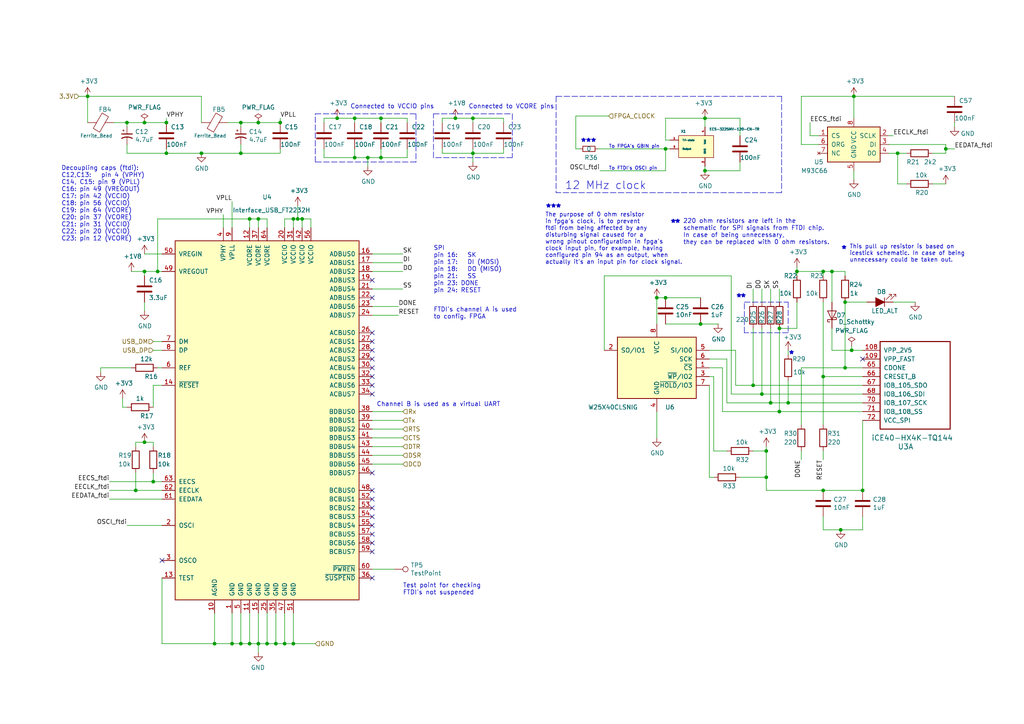
<source format=kicad_sch>
(kicad_sch (version 20231120) (generator "eeschema") (generator_version "8.0")
  (paper "A4")
  (title_block (title "FTDI Interface and Configuration") (date "2020-04-19") (rev "1.2") (company "UTN - Facultad Regional Haedo - Grupo ASE"))
  (junction (at 110.49 34.29))
  (junction (at 222.25 130.81))
  (junction (at 238.76 142.24))
  (junction (at 228.6 116.84))
  (junction (at 58.42 44.45))
  (junction (at 69.85 186.69))
  (junction (at 241.3 78.74))
  (junction (at 245.11 106.68))
  (junction (at 62.23 186.69))
  (junction (at 85.09 63.5))
  (junction (at 137.16 44.45))
  (junction (at 25.4 27.94))
  (junction (at 106.68 45.72))
  (junction (at 36.83 35.56))
  (junction (at 86.36 63.5))
  (junction (at 260.35 44.45))
  (junction (at 67.31 186.69))
  (junction (at 204.47 49.53))
  (junction (at 245.11 87.63))
  (junction (at 48.26 35.56))
  (junction (at 69.85 44.45))
  (junction (at 41.91 78.74))
  (junction (at 190.5 86.36))
  (junction (at 247.65 27.94))
  (junction (at 247.015 101.6))
  (junction (at 74.93 35.56))
  (junction (at 72.39 186.69))
  (junction (at 220.98 114.3))
  (junction (at 132.08 34.29))
  (junction (at 102.87 34.29))
  (junction (at 44.45 139.7))
  (junction (at 48.26 44.45))
  (junction (at 203.2 93.98))
  (junction (at 81.28 35.56))
  (junction (at 87.63 63.5))
  (junction (at 222.25 138.43))
  (junction (at 223.52 116.84))
  (junction (at 45.72 78.74))
  (junction (at 85.09 186.69))
  (junction (at 41.91 128.27))
  (junction (at 77.47 186.69))
  (junction (at 274.32 43.18))
  (junction (at 238.76 78.74))
  (junction (at 231.14 78.74))
  (junction (at 243.84 153.67))
  (junction (at 39.37 142.24))
  (junction (at 110.49 45.72))
  (junction (at 218.44 111.76))
  (junction (at 204.47 34.29))
  (junction (at 97.79 34.29))
  (junction (at 80.01 186.69))
  (junction (at 74.93 63.5))
  (junction (at 102.87 45.72))
  (junction (at 226.06 119.38))
  (junction (at 193.04 43.18))
  (junction (at 226.06 95.25))
  (junction (at 41.91 35.56))
  (junction (at 82.55 186.69))
  (junction (at 72.39 63.5))
  (junction (at 74.93 186.69))
  (junction (at 193.04 86.36))
  (junction (at 69.85 35.56))
  (junction (at 137.16 34.29))
  (junction (at 250.19 142.24))
  (junction (at 238.76 109.22))
  (no_connect (at 107.95 160.02))
  (no_connect (at 107.95 157.48))
  (no_connect (at 107.95 96.52))
  (no_connect (at 107.95 152.4))
  (no_connect (at 250.19 104.14))
  (no_connect (at 107.95 81.28))
  (no_connect (at 107.95 99.06))
  (no_connect (at 107.95 86.36))
  (no_connect (at 107.95 106.68))
  (no_connect (at 107.95 142.24))
  (no_connect (at 107.95 104.14))
  (no_connect (at 107.95 154.94))
  (no_connect (at 46.99 162.56))
  (no_connect (at 107.95 114.3))
  (no_connect (at 107.95 109.22))
  (no_connect (at 107.95 167.64))
  (no_connect (at 107.95 144.78))
  (no_connect (at 107.95 101.6))
  (no_connect (at 107.95 137.16))
  (no_connect (at 107.95 111.76))
  (no_connect (at 107.95 149.86))
  (no_connect (at 107.95 147.32))
  (wire (pts (xy 226.06 83.82) (xy 226.06 87.63)))
  (wire (pts (xy 260.35 44.45) (xy 262.89 44.45)))
  (wire (pts (xy 193.04 86.36) (xy 190.5 86.36)))
  (wire (pts (xy 218.44 83.82) (xy 218.44 87.63)))
  (wire (pts (xy 69.85 44.45) (xy 58.42 44.45)))
  (wire (pts (xy 107.95 91.44) (xy 115.57 91.44)))
  (wire (pts (xy 250.19 153.67) (xy 250.19 149.86)))
  (wire (pts (xy 238.76 78.74) (xy 231.14 78.74)))
  (wire (pts (xy 80.01 177.8) (xy 80.01 186.69)))
  (wire (pts (xy 102.87 45.72) (xy 106.68 45.72)))
  (wire (pts (xy 48.26 44.45) (xy 58.42 44.45)))
  (wire (pts (xy 167.005 33.655) (xy 176.53 33.655)))
  (wire (pts (xy 274.32 44.45) (xy 274.32 43.18)))
  (wire (pts (xy 232.41 27.94) (xy 247.65 27.94)))
  (wire (pts (xy 33.02 35.56) (xy 36.83 35.56)))
  (wire (pts (xy 116.84 119.38) (xy 107.95 119.38)))
  (wire (pts (xy 247.65 49.53) (xy 247.65 52.07)))
  (wire (pts (xy 276.86 43.18) (xy 274.32 43.18)))
  (wire (pts (xy 228.6 116.84) (xy 250.19 116.84)))
  (wire (pts (xy 107.95 165.1) (xy 114.3 165.1)))
  (wire (pts (xy 116.84 127) (xy 107.95 127)))
  (wire (pts (xy 69.85 36.83) (xy 69.85 35.56)))
  (wire (pts (xy 46.99 167.64) (xy 46.99 186.69)))
  (wire (pts (xy 260.35 53.34) (xy 262.89 53.34)))
  (wire (pts (xy 205.74 109.22) (xy 207.01 109.22)))
  (wire (pts (xy 207.01 109.22) (xy 207.01 130.81)))
  (wire (pts (xy 31.75 139.7) (xy 44.45 139.7)))
  (wire (pts (xy 41.91 35.56) (xy 48.26 35.56)))
  (polyline (pts (xy 148.59 33.02) (xy 148.59 45.72)) (stroke (width 0) (type dash)))
  (wire (pts (xy 214.63 138.43) (xy 222.25 138.43)))
  (wire (pts (xy 232.41 41.91) (xy 232.41 27.94)))
  (polyline (pts (xy 125.73 33.02) (xy 148.59 33.02)) (stroke (width 0) (type dash)))
  (wire (pts (xy 48.26 34.29) (xy 48.26 35.56)))
  (wire (pts (xy 204.47 34.29) (xy 214.63 34.29)))
  (wire (pts (xy 209.55 119.38) (xy 226.06 119.38)))
  (wire (pts (xy 270.51 53.34) (xy 274.32 53.34)))
  (wire (pts (xy 274.32 43.18) (xy 274.32 41.91)))
  (polyline (pts (xy 228.6 96.52) (xy 215.9 96.52)) (stroke (width 0) (type dash)))
  (wire (pts (xy 93.98 35.56) (xy 93.98 34.29)))
  (wire (pts (xy 77.47 63.5) (xy 77.47 66.04)))
  (wire (pts (xy 228.6 102.87) (xy 228.6 101.6)))
  (wire (pts (xy 193.04 49.53) (xy 193.04 43.18)))
  (wire (pts (xy 218.44 95.25) (xy 218.44 111.76)))
  (wire (pts (xy 241.3 95.25) (xy 241.3 101.6)))
  (wire (pts (xy 222.25 138.43) (xy 222.25 130.81)))
  (wire (pts (xy 238.76 153.67) (xy 243.84 153.67)))
  (wire (pts (xy 31.75 142.24) (xy 39.37 142.24)))
  (wire (pts (xy 118.11 34.29) (xy 110.49 34.29)))
  (wire (pts (xy 62.23 177.8) (xy 62.23 186.69)))
  (wire (pts (xy 218.44 111.76) (xy 250.19 111.76)))
  (polyline (pts (xy 226.695 27.94) (xy 226.695 55.88)) (stroke (width 0) (type dash)))
  (wire (pts (xy 137.16 34.29) (xy 132.08 34.29)))
  (wire (pts (xy 222.25 130.81) (xy 218.44 130.81)))
  (wire (pts (xy 226.06 119.38) (xy 250.19 119.38)))
  (wire (pts (xy 205.74 106.68) (xy 209.55 106.68)))
  (wire (pts (xy 31.75 144.78) (xy 46.99 144.78)))
  (wire (pts (xy 209.55 106.68) (xy 209.55 119.38)))
  (wire (pts (xy 48.26 44.45) (xy 48.26 43.18)))
  (wire (pts (xy 29.21 107.95) (xy 29.21 106.68)))
  (wire (pts (xy 260.35 44.45) (xy 260.35 53.34)))
  (wire (pts (xy 67.31 177.8) (xy 67.31 186.69)))
  (wire (pts (xy 128.27 35.56) (xy 128.27 34.29)))
  (wire (pts (xy 87.63 66.04) (xy 87.63 63.5)))
  (polyline (pts (xy 120.65 46.99) (xy 91.44 46.99)) (stroke (width 0) (type dash)))
  (wire (pts (xy 86.36 63.5) (xy 87.63 63.5)))
  (wire (pts (xy 45.72 106.68) (xy 46.99 106.68)))
  (wire (pts (xy 228.6 110.49) (xy 228.6 116.84)))
  (wire (pts (xy 257.81 44.45) (xy 260.35 44.45)))
  (wire (pts (xy 223.52 83.82) (xy 223.52 87.63)))
  (wire (pts (xy 102.87 34.29) (xy 102.87 35.56)))
  (wire (pts (xy 44.45 139.7) (xy 46.99 139.7)))
  (wire (pts (xy 146.05 34.29) (xy 137.16 34.29)))
  (wire (pts (xy 247.65 27.94) (xy 247.65 34.29)))
  (wire (pts (xy 82.55 186.69) (xy 80.01 186.69)))
  (wire (pts (xy 220.98 114.3) (xy 250.19 114.3)))
  (wire (pts (xy 205.74 104.14) (xy 210.82 104.14)))
  (wire (pts (xy 116.84 124.46) (xy 107.95 124.46)))
  (wire (pts (xy 77.47 186.69) (xy 74.93 186.69)))
  (wire (pts (xy 276.86 27.94) (xy 247.65 27.94)))
  (wire (pts (xy 270.51 44.45) (xy 274.32 44.45)))
  (wire (pts (xy 190.5 86.36) (xy 190.5 93.98)))
  (wire (pts (xy 213.36 111.76) (xy 218.44 111.76)))
  (wire (pts (xy 85.09 63.5) (xy 86.36 63.5)))
  (wire (pts (xy 46.99 78.74) (xy 45.72 78.74)))
  (wire (pts (xy 205.74 111.76) (xy 205.74 138.43)))
  (wire (pts (xy 237.49 41.91) (xy 232.41 41.91)))
  (wire (pts (xy 232.41 106.68) (xy 245.11 106.68)))
  (wire (pts (xy 93.98 34.29) (xy 97.79 34.29)))
  (wire (pts (xy 193.04 86.36) (xy 203.2 86.36)))
  (wire (pts (xy 107.95 78.74) (xy 116.84 78.74)))
  (wire (pts (xy 250.19 109.22) (xy 238.76 109.22)))
  (wire (pts (xy 36.83 152.4) (xy 46.99 152.4)))
  (wire (pts (xy 222.25 138.43) (xy 222.25 142.24)))
  (wire (pts (xy 66.04 35.56) (xy 69.85 35.56)))
  (wire (pts (xy 39.37 129.54) (xy 39.37 128.27)))
  (wire (pts (xy 193.04 40.64) (xy 193.04 34.29)))
  (wire (pts (xy 205.74 138.43) (xy 207.01 138.43)))
  (polyline (pts (xy 125.73 45.72) (xy 125.73 33.02)) (stroke (width 0) (type dash)))
  (wire (pts (xy 74.93 63.5) (xy 77.47 63.5)))
  (wire (pts (xy 146.05 35.56) (xy 146.05 34.29)))
  (wire (pts (xy 67.31 186.69) (xy 69.85 186.69)))
  (wire (pts (xy 58.42 27.94) (xy 25.4 27.94)))
  (wire (pts (xy 214.63 34.29) (xy 214.63 39.37)))
  (wire (pts (xy 41.91 128.27) (xy 44.45 128.27)))
  (wire (pts (xy 97.79 34.29) (xy 102.87 34.29)))
  (wire (pts (xy 82.55 63.5) (xy 85.09 63.5)))
  (wire (pts (xy 128.27 43.18) (xy 128.27 44.45)))
  (wire (pts (xy 168.275 43.18) (xy 167.005 43.18)))
  (wire (pts (xy 106.68 45.72) (xy 110.49 45.72)))
  (wire (pts (xy 110.49 45.72) (xy 118.11 45.72)))
  (wire (pts (xy 210.82 104.14) (xy 210.82 116.84)))
  (wire (pts (xy 69.85 186.69) (xy 72.39 186.69)))
  (wire (pts (xy 39.37 128.27) (xy 41.91 128.27)))
  (wire (pts (xy 107.95 83.82) (xy 116.84 83.82)))
  (wire (pts (xy 173.355 43.18) (xy 193.04 43.18)))
  (wire (pts (xy 45.72 78.74) (xy 45.72 63.5)))
  (polyline (pts (xy 91.44 46.99) (xy 91.44 33.02)) (stroke (width 0) (type dash)))
  (wire (pts (xy 222.25 142.24) (xy 238.76 142.24)))
  (wire (pts (xy 90.17 63.5) (xy 90.17 66.04)))
  (wire (pts (xy 210.82 116.84) (xy 223.52 116.84)))
  (wire (pts (xy 232.41 130.81) (xy 232.41 133.35)))
  (wire (pts (xy 241.3 87.63) (xy 241.3 78.74)))
  (wire (pts (xy 44.45 137.16) (xy 44.45 139.7)))
  (wire (pts (xy 64.77 66.04) (xy 64.77 62.23)))
  (wire (pts (xy 36.83 35.56) (xy 41.91 35.56)))
  (wire (pts (xy 67.31 66.04) (xy 67.31 58.42)))
  (wire (pts (xy 245.11 80.01) (xy 245.11 78.74)))
  (wire (pts (xy 259.08 87.63) (xy 265.43 87.63)))
  (wire (pts (xy 250.19 101.6) (xy 247.015 101.6)))
  (wire (pts (xy 203.2 93.98) (xy 208.28 93.98)))
  (wire (pts (xy 116.84 132.08) (xy 107.95 132.08)))
  (wire (pts (xy 72.39 63.5) (xy 74.93 63.5)))
  (wire (pts (xy 137.16 44.45) (xy 146.05 44.45)))
  (wire (pts (xy 245.11 87.63) (xy 251.46 87.63)))
  (wire (pts (xy 107.95 88.9) (xy 115.57 88.9)))
  (wire (pts (xy 74.93 66.04) (xy 74.93 63.5)))
  (wire (pts (xy 85.09 177.8) (xy 85.09 186.69)))
  (wire (pts (xy 39.37 137.16) (xy 39.37 142.24)))
  (wire (pts (xy 44.45 128.27) (xy 44.45 129.54)))
  (wire (pts (xy 214.63 49.53) (xy 204.47 49.53)))
  (wire (pts (xy 25.4 35.56) (xy 25.4 27.94)))
  (wire (pts (xy 212.09 114.3) (xy 220.98 114.3)))
  (wire (pts (xy 77.47 177.8) (xy 77.47 186.69)))
  (wire (pts (xy 226.06 95.25) (xy 226.06 119.38)))
  (wire (pts (xy 194.31 40.64) (xy 193.04 40.64)))
  (wire (pts (xy 204.47 48.26) (xy 204.47 49.53)))
  (wire (pts (xy 204.47 34.29) (xy 204.47 36.83)))
  (wire (pts (xy 91.44 186.69) (xy 85.09 186.69)))
  (wire (pts (xy 46.99 142.24) (xy 39.37 142.24)))
  (wire (pts (xy 137.16 43.18) (xy 137.16 44.45)))
  (wire (pts (xy 247.015 101.6) (xy 241.3 101.6)))
  (wire (pts (xy 41.91 73.66) (xy 46.99 73.66)))
  (wire (pts (xy 231.14 87.63) (xy 231.14 95.25)))
  (wire (pts (xy 234.95 35.56) (xy 234.95 39.37)))
  (wire (pts (xy 62.23 186.69) (xy 67.31 186.69)))
  (wire (pts (xy 213.36 101.6) (xy 213.36 111.76)))
  (wire (pts (xy 238.76 80.01) (xy 238.76 78.74)))
  (wire (pts (xy 69.85 35.56) (xy 74.93 35.56)))
  (wire (pts (xy 220.98 83.82) (xy 220.98 87.63)))
  (wire (pts (xy 44.45 111.76) (xy 44.45 118.11)))
  (wire (pts (xy 110.49 35.56) (xy 110.49 34.29)))
  (wire (pts (xy 116.84 121.92) (xy 107.95 121.92)))
  (wire (pts (xy 116.84 134.62) (xy 107.95 134.62)))
  (wire (pts (xy 110.49 43.18) (xy 110.49 45.72)))
  (polyline (pts (xy 120.65 33.02) (xy 120.65 46.99)) (stroke (width 0) (type dash)))
  (wire (pts (xy 223.52 95.25) (xy 223.52 116.84)))
  (polyline (pts (xy 161.29 27.94) (xy 226.695 27.94)) (stroke (width 0) (type dash)))
  (wire (pts (xy 69.85 41.91) (xy 69.85 44.45)))
  (wire (pts (xy 207.01 130.81) (xy 210.82 130.81)))
  (wire (pts (xy 257.81 39.37) (xy 259.08 39.37)))
  (wire (pts (xy 69.85 177.8) (xy 69.85 186.69)))
  (wire (pts (xy 137.16 46.99) (xy 137.16 44.45)))
  (wire (pts (xy 93.98 43.18) (xy 93.98 45.72)))
  (wire (pts (xy 190.5 119.38) (xy 190.5 127)))
  (wire (pts (xy 74.93 189.23) (xy 74.93 186.69)))
  (wire (pts (xy 238.76 123.19) (xy 238.76 109.22)))
  (wire (pts (xy 72.39 186.69) (xy 74.93 186.69)))
  (wire (pts (xy 35.56 118.11) (xy 36.83 118.11)))
  (wire (pts (xy 44.45 99.06) (xy 46.99 99.06)))
  (wire (pts (xy 250.19 153.67) (xy 243.84 153.67)))
  (wire (pts (xy 29.21 106.68) (xy 38.1 106.68)))
  (wire (pts (xy 194.31 43.18) (xy 193.04 43.18)))
  (wire (pts (xy 46.99 186.69) (xy 62.23 186.69)))
  (wire (pts (xy 193.04 34.29) (xy 204.47 34.29)))
  (wire (pts (xy 173.99 49.53) (xy 193.04 49.53)))
  (wire (pts (xy 167.005 43.18) (xy 167.005 33.655)))
  (wire (pts (xy 220.98 95.25) (xy 220.98 114.3)))
  (wire (pts (xy 214.63 49.53) (xy 214.63 46.99)))
  (wire (pts (xy 86.36 59.69) (xy 86.36 63.5)))
  (wire (pts (xy 193.04 93.98) (xy 203.2 93.98)))
  (wire (pts (xy 74.93 177.8) (xy 74.93 186.69)))
  (wire (pts (xy 80.01 186.69) (xy 77.47 186.69)))
  (wire (pts (xy 146.05 44.45) (xy 146.05 43.18)))
  (wire (pts (xy 45.72 63.5) (xy 72.39 63.5)))
  (wire (pts (xy 241.3 78.74) (xy 245.11 78.74)))
  (wire (pts (xy 212.09 80.01) (xy 212.09 114.3)))
  (polyline (pts (xy 215.9 87.63) (xy 228.6 87.63)) (stroke (width 0) (type dash)))
  (wire (pts (xy 274.32 41.91) (xy 257.81 41.91)))
  (wire (pts (xy 87.63 63.5) (xy 90.17 63.5)))
  (wire (pts (xy 45.72 78.74) (xy 41.91 78.74)))
  (wire (pts (xy 223.52 116.84) (xy 228.6 116.84)))
  (wire (pts (xy 81.28 35.56) (xy 81.28 34.29)))
  (wire (pts (xy 107.95 76.2) (xy 116.84 76.2)))
  (wire (pts (xy 175.26 101.6) (xy 175.26 80.01)))
  (wire (pts (xy 93.98 45.72) (xy 102.87 45.72)))
  (polyline (pts (xy 215.9 96.52) (xy 215.9 87.63)) (stroke (width 0) (type dash)))
  (wire (pts (xy 82.55 177.8) (xy 82.55 186.69)))
  (wire (pts (xy 238.76 109.22) (xy 238.76 87.63)))
  (wire (pts (xy 238.76 149.86) (xy 238.76 153.67)))
  (wire (pts (xy 22.86 27.94) (xy 25.4 27.94)))
  (wire (pts (xy 232.41 123.19) (xy 232.41 106.68)))
  (wire (pts (xy 247.015 100.33) (xy 247.015 101.6)))
  (wire (pts (xy 118.11 45.72) (xy 118.11 43.18)))
  (wire (pts (xy 276.86 36.83) (xy 276.86 35.56)))
  (polyline (pts (xy 148.59 45.72) (xy 125.73 45.72)) (stroke (width 0) (type dash)))
  (wire (pts (xy 36.83 44.45) (xy 48.26 44.45)))
  (wire (pts (xy 137.16 35.56) (xy 137.16 34.29)))
  (wire (pts (xy 38.1 78.74) (xy 41.91 78.74)))
  (wire (pts (xy 44.45 101.6) (xy 46.99 101.6)))
  (polyline (pts (xy 161.29 27.94) (xy 161.29 55.88)) (stroke (width 0) (type dash)))
  (wire (pts (xy 118.11 35.56) (xy 118.11 34.29)))
  (wire (pts (xy 81.28 44.45) (xy 81.28 43.18)))
  (wire (pts (xy 85.09 66.04) (xy 85.09 63.5)))
  (polyline (pts (xy 228.6 87.63) (xy 228.6 96.52)) (stroke (width 0) (type dash)))
  (wire (pts (xy 250.19 142.24) (xy 250.19 121.92)))
  (wire (pts (xy 231.14 78.74) (xy 231.14 80.01)))
  (wire (pts (xy 107.95 73.66) (xy 116.84 73.66)))
  (wire (pts (xy 82.55 66.04) (xy 82.55 63.5)))
  (wire (pts (xy 35.56 115.57) (xy 35.56 118.11)))
  (wire (pts (xy 205.74 101.6) (xy 213.36 101.6)))
  (wire (pts (xy 231.14 95.25) (xy 226.06 95.25)))
  (wire (pts (xy 41.91 90.17) (xy 41.91 87.63)))
  (wire (pts (xy 238.76 142.24) (xy 250.19 142.24)))
  (wire (pts (xy 250.19 106.68) (xy 245.11 106.68)))
  (wire (pts (xy 175.26 80.01) (xy 212.09 80.01)))
  (wire (pts (xy 85.09 186.69) (xy 82.55 186.69)))
  (wire (pts (xy 41.91 78.74) (xy 41.91 80.01)))
  (polyline (pts (xy 91.44 33.02) (xy 120.65 33.02)) (stroke (width 0) (type dash)))
  (wire (pts (xy 58.42 35.56) (xy 58.42 27.94)))
  (wire (pts (xy 106.68 48.26) (xy 106.68 45.72)))
  (polyline (pts (xy 226.695 55.88) (xy 161.29 55.88)) (stroke (width 0) (type dash)))
  (wire (pts (xy 234.95 39.37) (xy 237.49 39.37)))
  (wire (pts (xy 110.49 34.29) (xy 102.87 34.29)))
  (wire (pts (xy 69.85 44.45) (xy 81.28 44.45)))
  (wire (pts (xy 128.27 34.29) (xy 132.08 34.29)))
  (wire (pts (xy 72.39 177.8) (xy 72.39 186.69)))
  (wire (pts (xy 36.83 41.91) (xy 36.83 44.45)))
  (wire (pts (xy 102.87 43.18) (xy 102.87 45.72)))
  (wire (pts (xy 238.76 133.35) (xy 238.76 130.81)))
  (wire (pts (xy 116.84 129.54) (xy 107.95 129.54)))
  (wire (pts (xy 238.76 78.74) (xy 241.3 78.74)))
  (wire (pts (xy 222.25 129.54) (xy 222.25 130.81)))
  (wire (pts (xy 128.27 44.45) (xy 137.16 44.45)))
  (wire (pts (xy 36.83 36.83) (xy 36.83 35.56)))
  (wire (pts (xy 72.39 66.04) (xy 72.39 63.5)))
  (wire (pts (xy 231.14 77.47) (xy 231.14 78.74)))
  (wire (pts (xy 44.45 111.76) (xy 46.99 111.76)))
  (wire (pts (xy 74.93 35.56) (xy 81.28 35.56)))
  (wire (pts (xy 245.11 87.63) (xy 245.11 106.68)))
  (text "***" (at 168.275 42.545 0) (effects (font (size 1.905 1.905) (thickness 0.381) (bold yes)) (justify left bottom)))
  (text "*" (at 228.6 104.14 0) (effects (font (size 1.905 1.905) (thickness 0.381) (bold yes)) (justify left bottom)))
  (text "Connected to VCCIO pins" (at 101.6 31.75 0) (effects (font (size 1.27 1.27)) (justify left bottom)))
  (text "*" (at 194.31 66.04 0) (effects (font (size 1.905 1.905) (thickness 0.381) (bold yes)) (justify left bottom)))
  (text "*" (at 243.84 73.66 0) (effects (font (size 1.905 1.905) (thickness 0.381) (bold yes)) (justify left bottom)))
  (text "Connected to VCORE pins" (at 135.89 31.75 0) (effects (font (size 1.27 1.27)) (justify left bottom)))
  (text "FTDI's channel A is used \nto config. FPGA" (at 125.73 92.71 0) (effects (font (size 1.27 1.27)) (justify left bottom)))
  (text "This pull up resistor is based on\nicestick schematic. In case of being\nunnecessary could be taken out." (at 246.38 76.2 0) (effects (font (size 1.1938 1.1938)) (justify left bottom)))
  (text "Test point for checking\nFTDI's not suspended" (at 116.84 172.72 0) (effects (font (size 1.27 1.27)) (justify left bottom)))
  (text "The purpose of 0 ohm resistor\nin fpga's clock, is to prevent\nftdi from being affected by any\ndisturbing signal caused for a\nwrong pinout configuration in fpga's\nclock input pin, for example, having\nconfigured pin 94 as an output, when\nactually it's an input pin for clock signal." (at 158.115 76.835 0) (effects (font (size 1.2192 1.2192)) (justify left bottom)))
  (text "***" (at 158.115 61.595 0) (effects (font (size 1.905 1.905) (thickness 0.381) (bold yes)) (justify left bottom)))
  (text "12 MHz clock" (at 163.83 55.245 0) (effects (font (size 2.2606 2.2606)) (justify left bottom)))
  (text "*" (at 195.58 66.04 0) (effects (font (size 1.905 1.905) (thickness 0.381) (bold yes)) (justify left bottom)))
  (text "Decoupling caps (ftdi):\nC12,C13:   pin 4 (VPHY)\nC14, C15: pin 9 (VPLL)\nC16: pin 49 (VREGOUT)\nC17: pin 42 (VCCIO)\nC18: pin 56 (VCCIO)\nC19: pin 64 (VCORE)\nC20: pin 37 (VCORE)\nC21: pin 31 (VCCIO)\nC22: pin 20 (VCCIO)\nC23: pin 12 (VCORE)\n\n\n\n" (at 17.78 76.2 0) (effects (font (size 1.27 1.27)) (justify left bottom)))
  (text "SPI\npin 16:   SK\npin 17:   DI (MOSI)\npin 18:   DO (MISO)\npin 21:   SS\npin 23: DONE\npin 24: RESET" (at 125.73 85.09 0) (effects (font (size 1.27 1.27)) (justify left bottom)))
  (text "*" (at 213.36 87.63 0) (effects (font (size 1.905 1.905) (thickness 0.381) (bold yes)) (justify left bottom)))
  (text "*" (at 214.63 87.63 0) (effects (font (size 1.905 1.905) (thickness 0.381) (bold yes)) (justify left bottom)))
  (text "To FTDI's OSCI pin" (at 176.53 49.53 0) (effects (font (size 0.9906 0.9906)) (justify left bottom)))
  (text "To FPGA's GBIN pin" (at 176.53 43.18 0) (effects (font (size 0.9906 0.9906)) (justify left bottom)))
  (text "220 ohm resistors are left in the\nschematic for SPI signals from FTDI chip. \nIn case of being unnecessary,\nthey can be replaced with 0 ohm resistors." (at 198.12 71.12 0) (effects (font (size 1.27 1.27)) (justify left bottom)))
  (text "Channel B is used as a virtual UART" (at 109.22 118.11 0) (effects (font (size 1.27 1.27)) (justify left bottom)))
  (label "EEDATA_ftdi" (at 276.86 43.18 0))
  (label "VPLL" (at 67.31 58.42 180))
  (label "VPHY" (at 64.77 62.23 180))
  (label "SS" (at 116.84 83.82 0))
  (label "OSCI_ftdi" (at 36.83 152.4 180))
  (label "SS" (at 226.06 83.82 90))
  (label "DO" (at 116.84 78.74 0))
  (label "DI" (at 218.44 83.82 90))
  (label "SK" (at 223.52 83.82 90))
  (label "DO" (at 220.98 83.82 90))
  (label "VPLL" (at 81.28 34.29 0))
  (label "DONE" (at 232.41 133.35 270))
  (label "EECLK_ftdi" (at 259.08 39.37 0))
  (label "EEDATA_ftdi" (at 31.75 144.78 180))
  (label "OSCI_ftdi" (at 173.99 49.53 180))
  (label "VPHY" (at 48.26 34.29 0))
  (label "EECLK_ftdi" (at 31.75 142.24 180))
  (label "EECS_ftdi" (at 234.95 35.56 0))
  (label "RESET" (at 238.76 133.35 270))
  (label "DONE" (at 115.57 88.9 0))
  (label "RESET" (at 115.57 91.44 0))
  (label "EECS_ftdi" (at 31.75 139.7 180))
  (label "SK" (at 116.84 73.66 0))
  (label "DI" (at 116.84 76.2 0))
  (hierarchical_label "Tx" (shape input) (at 116.84 121.92 0))
  (hierarchical_label "3.3V" (shape input) (at 22.86 27.94 180))
  (hierarchical_label "DSR" (shape input) (at 116.84 132.08 0))
  (hierarchical_label "CTS" (shape input) (at 116.84 127 0))
  (hierarchical_label "FPGA_CLOCK" (shape input) (at 176.53 33.655 0))
  (hierarchical_label "Rx" (shape input) (at 116.84 119.38 0))
  (hierarchical_label "RTS" (shape input) (at 116.84 124.46 0))
  (hierarchical_label "GND" (shape input) (at 91.44 186.69 0))
  (hierarchical_label "USB_DM" (shape input) (at 44.45 99.06 180))
  (hierarchical_label "DTR" (shape input) (at 116.84 129.54 0))
  (hierarchical_label "DCD" (shape input) (at 116.84 134.62 0))
  (hierarchical_label "USB_DP" (shape input) (at 44.45 101.6 180))
  (symbol (lib_id "FPGA para todos-rescue:C-Device-FPGA-para-todos-rescue") (at 214.63 43.18 0) (unit 1)
    (property "Reference" "C24" (at 215.9 40.64 0) (effects (justify left)))
    (property "Value" "100nF" (at 214.63 45.72 0) (effects (justify left)))
    (property "Footprint" "footprints:C_0805_2012Metric_Pad1.15x1.40mm_HandSolder" (effects (hide yes)))
    (property "Description" "Decoupling cap - 6.3V" (effects (hide yes)))
    (property "EmptyField" "-" (effects (hide yes)))
    (property "DatasheetName" "SURFACE-MOUNT CERAMIC MULTILAYER CAPACITORS" (effects (hide yes)))
    (property "DatasheetLink" "https://ar.mouser.com/datasheet/2/447/UPY-GPHC_X7R_6.3V-to-50V_18-1154002.pdf" (effects (hide yes)))
    (property "Manufacturer" "YAGEO" (effects (hide yes)))
    (property "OrderCode" "CC0805KRX7R5BB104 " (effects (hide yes)))
    (property "ProviderLink" "https://ar.mouser.com/ProductDetail/Yageo/CC0805KRX7R5BB104?qs=UgE%2F0m3bTsYCB3fBtxx4RA%3D%3D" (effects (hide yes)))
    (property "ProviderOrderCode" "603-CC0805KRX75BB104 " (effects (hide yes)))
    (property "ComponentTechnology" "Ceramic - X7R TC material" (effects (hide yes)))
  )
  (symbol (lib_id "FPGA para todos-rescue:+3.3V-power-FPGA-para-todos-rescue") (at 190.5 86.36 0) (unit 1)
    (property "Reference" "#PWR015" (effects (hide yes)))
    (property "Value" "+3V3" (at 190.881 81.9658 0))
  )
  (symbol (lib_id "FPGA para todos-rescue:+3.3V-power-FPGA-para-todos-rescue") (at 35.56 115.57 0) (unit 1)
    (property "Reference" "#PWR03" (effects (hide yes)))
    (property "Value" "+3V3" (at 35.941 111.1758 0))
  )
  (symbol (lib_id "FPGA para todos-rescue:C-Device-FPGA-para-todos-rescue") (at 48.26 39.37 0) (unit 1)
    (property "Reference" "C13" (at 49.53 36.83 0) (effects (justify left)))
    (property "Value" "100nF" (at 48.26 41.91 0) (effects (justify left)))
    (property "Footprint" "footprints:C_0805_2012Metric_Pad1.15x1.40mm_HandSolder" (effects (hide yes)))
    (property "Description" "Decoupling cap - 6.3V" (effects (hide yes)))
    (property "EmptyField" "-" (effects (hide yes)))
    (property "DatasheetName" "SURFACE-MOUNT CERAMIC MULTILAYER CAPACITORS" (effects (hide yes)))
    (property "DatasheetLink" "https://ar.mouser.com/datasheet/2/447/UPY-GPHC_X7R_6.3V-to-50V_18-1154002.pdf" (effects (hide yes)))
    (property "Manufacturer" "YAGEO" (effects (hide yes)))
    (property "OrderCode" "CC0805KRX7R5BB104 " (effects (hide yes)))
    (property "ProviderLink" "https://ar.mouser.com/ProductDetail/Yageo/CC0805KRX7R5BB104?qs=UgE%2F0m3bTsYCB3fBtxx4RA%3D%3D" (effects (hide yes)))
    (property "ProviderOrderCode" "603-CC0805KRX75BB104 " (effects (hide yes)))
    (property "ComponentTechnology" "Ceramic - X7R TC material" (effects (hide yes)))
  )
  (symbol (lib_id "FPGA para todos-rescue:C-Device-FPGA-para-todos-rescue") (at 137.16 39.37 0) (unit 1)
    (property "Reference" "C20" (at 138.43 36.83 0) (effects (justify left)))
    (property "Value" "100nF" (at 137.16 41.91 0) (effects (justify left)))
    (property "Footprint" "footprints:C_0805_2012Metric_Pad1.15x1.40mm_HandSolder" (effects (hide yes)))
    (property "Description" "Decoupling cap - 6.3V" (effects (hide yes)))
    (property "EmptyField" "-" (effects (hide yes)))
    (property "DatasheetName" "SURFACE-MOUNT CERAMIC MULTILAYER CAPACITORS" (effects (hide yes)))
    (property "DatasheetLink" "https://ar.mouser.com/datasheet/2/447/UPY-GPHC_X7R_6.3V-to-50V_18-1154002.pdf" (effects (hide yes)))
    (property "Manufacturer" "YAGEO" (effects (hide yes)))
    (property "OrderCode" "CC0805KRX7R5BB104 " (effects (hide yes)))
    (property "ProviderLink" "https://ar.mouser.com/ProductDetail/Yageo/CC0805KRX7R5BB104?qs=UgE%2F0m3bTsYCB3fBtxx4RA%3D%3D" (effects (hide yes)))
    (property "ProviderOrderCode" "603-CC0805KRX75BB104 " (effects (hide yes)))
    (property "ComponentTechnology" "Ceramic - X7R TC material" (effects (hide yes)))
  )
  (symbol (lib_id "FPGA para todos-rescue:R-Device-FPGA-para-todos-rescue") (at 41.91 106.68 270) (unit 1)
    (property "Reference" "R16" (at 41.91 109.22 90) (effects (justify left)))
    (property "Value" "12k" (at 40.64 104.14 90) (effects (justify left)))
    (property "Footprint" "footprints:R_0805_2012Metric_Pad1.15x1.40mm_HandSolder" (effects (hide yes)))
    (property "Description" "Thin Film Resistors - SMD 1/8W 12K ohm .5% 50ppm " (effects (hide yes)))
    (property "EmptyField" "-" (effects (hide yes)))
    (property "DatasheetName" "THIN FILMCHIP RESISTORS High precision-high stability" (effects (hide yes)))
    (property "DatasheetLink" "https://ar.mouser.com/datasheet/2/447/PYu-RT_1-to-0.01_RoHS_L_9-1222720.pdf" (effects (hide yes)))
    (property "Manufacturer" "YAGEO" (effects (hide yes)))
    (property "OrderCode" "RT0805DRE0712KL" (effects (hide yes)))
    (property "ProviderLink" "https://ar.mouser.com/ProductDetail/Yageo/RT0805DRE0712KL?qs=sGAEpiMZZMu61qfTUdNhGxEjuuBLd0B4O1bYpE0Lxxo%3D" (effects (hide yes)))
    (property "ProviderOrderCode" "603-RT0805DRE0712KL" (effects (hide yes)))
    (property "ComponentTechnology" "THIN FILMCHIP RESISTORS" (effects (hide yes)))
  )
  (symbol (lib_id "FPGA para todos-rescue:C-Device-FPGA-para-todos-rescue") (at 238.76 146.05 0) (unit 1)
    (property "Reference" "C27" (at 241.681 144.8816 0) (effects (justify left)))
    (property "Value" "10nF" (at 241.681 147.193 0) (effects (justify left)))
    (property "Footprint" "footprints:C_0805_2012Metric_Pad1.15x1.40mm_HandSolder" (effects (hide yes)))
    (property "Description" "Decoupling cap" (effects (hide yes)))
    (property "EmptyField" "-" (effects (hide yes)))
    (property "DatasheetName" "SURFACE-MOUNT CERAMIC MULTILAYER CAPACITORS" (effects (hide yes)))
    (property "DatasheetLink" "https://ar.mouser.com/datasheet/2/447/UPY-GPHC_X7R_6.3V-to-50V_18-1154002.pdf" (effects (hide yes)))
    (property "Manufacturer" "YAGEO" (effects (hide yes)))
    (property "OrderCode" "CC0805KRX7R7BB103 " (effects (hide yes)))
    (property "ProviderLink" "https://ar.mouser.com/ProductDetail/Yageo/CC0805KRX7R7BB103?qs=sGAEpiMZZMs0AnBnWHyRQAqZuYDIKiCDic8tFvJ0DLk1elEorQqHTA%3D%3D" (effects (hide yes)))
    (property "ProviderOrderCode" "603-CC0805KRX77BB103" (effects (hide yes)))
    (property "ComponentTechnology" "Ceramic - X7R TC material" (effects (hide yes)))
  )
  (symbol (lib_id "FPGA para todos-rescue:CP1_Small-Device-FPGA-para-todos-rescue") (at 36.83 39.37 0) (unit 1)
    (property "Reference" "C12" (at 39.1414 38.2016 0) (effects (justify left)))
    (property "Value" "4.7uF" (at 39.1414 40.513 0) (effects (justify left)))
    (property "Footprint" "footprints:C_0805_AVX_Tantalum" (effects (hide yes)))
    (property "Description" "Decoupling capacitor" (effects (hide yes)))
    (property "EmptyField" "-" (effects (hide yes)))
    (property "DatasheetName" "TPS SeriesLow ESR" (effects (hide yes)))
    (property "DatasheetLink" "https://ar.mouser.com/datasheet/2/40/tps-776850.pdf" (effects (hide yes)))
    (property "Manufacturer" "AVX" (effects (hide yes)))
    (property "OrderCode" "TPSR475K010R3000 " (effects (hide yes)))
    (property "ProviderLink" "https://ar.mouser.com/ProductDetail/AVX/TPSR475K010R3000?qs=sGAEpiMZZMuEN2agSAc2pkIWJcW2hAciSH1NL3QtlaI%3D" (effects (hide yes)))
    (property "ProviderOrderCode" "581-TPSR475K010R3000 " (effects (hide yes)))
    (property "ComponentTechnology" "Tantalum" (effects (hide yes)))
  )
  (symbol (lib_id "FPGA para todos-rescue:GND-power-FPGA-para-todos-rescue") (at 247.65 52.07 0) (unit 1)
    (property "Reference" "#PWR025" (effects (hide yes)))
    (property "Value" "GND" (at 247.777 56.4642 0))
  )
  (symbol (lib_id "FPGA para todos-rescue:R-Device-FPGA-para-todos-rescue") (at 228.6 106.68 0) (mirror y) (unit 1)
    (property "Reference" "R29" (at 233.68 104.14 0) (effects (justify left)))
    (property "Value" "10k" (at 233.68 107.95 0) (effects (justify left)))
    (property "Footprint" "footprints:R_0805_2012Metric_Pad1.15x1.40mm_HandSolder" (effects (hide yes)))
    (property "Description" "Thin Film Resistors - SMD 1/8W 10K ohm 1% 50ppm " (effects (hide yes)))
    (property "EmptyField" "-" (effects (hide yes)))
    (property "DatasheetName" "THIN FILMCHIP RESISTORS High precision-high stability" (effects (hide yes)))
    (property "DatasheetLink" "https://ar.mouser.com/datasheet/2/447/PYu-RT_1-to-0.01_RoHS_L_9-1222720.pdf" (effects (hide yes)))
    (property "Manufacturer" "YAGEO" (effects (hide yes)))
    (property "OrderCode" "RT0805FRE0710KL" (effects (hide yes)))
    (property "ProviderLink" "https://ar.mouser.com/ProductDetail/Yageo/RT0805FRE0710KL?qs=sGAEpiMZZMu61qfTUdNhGxEjuuBLd0B41oWml1pU2QE%3D" (effects (hide yes)))
    (property "ProviderOrderCode" "603-RT0805FRE0710KL" (effects (hide yes)))
    (property "ComponentTechnology" "THIN FILMCHIP RESISTORS" (effects (hide yes)))
  )
  (symbol (lib_id "FPGA para todos-rescue:+3.3V-power-FPGA-para-todos-rescue") (at 274.32 53.34 0) (unit 1)
    (property "Reference" "#PWR027" (effects (hide yes)))
    (property "Value" "+3V3" (at 274.701 48.9458 0))
  )
  (symbol (lib_id "FPGA para todos-rescue:+3.3V-power-FPGA-para-todos-rescue") (at 41.91 73.66 0) (unit 1)
    (property "Reference" "#PWR05" (effects (hide yes)))
    (property "Value" "+3V3" (at 42.291 69.2658 0))
  )
  (symbol (lib_id "AT25SF321:AT25SF321-SSHD-T") (at 190.5 105.41 0) (mirror y) (unit 1)
    (property "Reference" "U6" (at 194.31 118.11 0))
    (property "Value" "W25X40CLSNIG" (at 177.8 118.11 0))
    (property "Footprint" "SOIC-8" (effects (hide yes)))
    (property "Description" "NOR Flash spiFlash, 4M-bit, 4Kb Uniform Sector " (effects (hide yes)))
    (property "EmptyField" "-" (effects (hide yes)))
    (property "DatasheetName" "2.5/3/3.3 V 4M-BITSERIAL FLASH MEMORY WITH 4KB SECTORS AND DUALI/O SPI" (effects (hide yes)))
    (property "DatasheetLink" "https://ar.mouser.com/datasheet/2/949/w25x40cl_f_20140325-1489812.pdf" (effects (hide yes)))
    (property "Manufacturer" "Winbond" (effects (hide yes)))
    (property "OrderCode" "W25X40CLSNIG" (effects (hide yes)))
    (property "ProviderLink" "https://ar.mouser.com/ProductDetail/Winbond/W25X40CLSNIG?qs=sGAEpiMZZMtI%252BQ06EiAoG4%252BhDIVn9lGKceA8tEkguYk%3D" (effects (hide yes)))
    (property "ProviderOrderCode" "454-W25X40CLSNIG" (effects (hide yes)))
    (property "ComponentTechnology" "-" (effects (hide yes)))
  )
  (symbol (lib_id "FPGA para todos-rescue:C-Device-FPGA-para-todos-rescue") (at 146.05 39.37 0) (unit 1)
    (property "Reference" "C23" (at 147.32 36.83 0) (effects (justify left)))
    (property "Value" "100nF" (at 146.05 41.91 0) (effects (justify left)))
    (property "Footprint" "footprints:C_0805_2012Metric_Pad1.15x1.40mm_HandSolder" (effects (hide yes)))
    (property "Description" "Decoupling cap - 6.3V" (effects (hide yes)))
    (property "EmptyField" "-" (effects (hide yes)))
    (property "DatasheetName" "SURFACE-MOUNT CERAMIC MULTILAYER CAPACITORS" (effects (hide yes)))
    (property "DatasheetLink" "https://ar.mouser.com/datasheet/2/447/UPY-GPHC_X7R_6.3V-to-50V_18-1154002.pdf" (effects (hide yes)))
    (property "Manufacturer" "YAGEO" (effects (hide yes)))
    (property "OrderCode" "CC0805KRX7R5BB104 " (effects (hide yes)))
    (property "ProviderLink" "https://ar.mouser.com/ProductDetail/Yageo/CC0805KRX7R5BB104?qs=UgE%2F0m3bTsYCB3fBtxx4RA%3D%3D" (effects (hide yes)))
    (property "ProviderOrderCode" "603-CC0805KRX75BB104 " (effects (hide yes)))
    (property "ComponentTechnology" "Ceramic - X7R TC material" (effects (hide yes)))
  )
  (symbol (lib_id "FPGA para todos-rescue:GND-power-FPGA-para-todos-rescue") (at 29.21 107.95 0) (unit 1)
    (property "Reference" "#PWR02" (effects (hide yes)))
    (property "Value" "GND" (at 29.337 112.3442 0))
  )
  (symbol (lib_id "FPGA para todos-rescue:+3.3V-power-FPGA-para-todos-rescue") (at 97.79 34.29 0) (unit 1)
    (property "Reference" "#PWR011" (effects (hide yes)))
    (property "Value" "+3V3" (at 98.171 29.8958 0))
  )
  (symbol (lib_id "FPGA para todos-rescue:R-Device-FPGA-para-todos-rescue") (at 232.41 127 0) (unit 1)
    (property "Reference" "R30" (at 227.33 125.73 0) (effects (justify left)))
    (property "Value" "220" (at 227.33 128.27 0) (effects (justify left)))
    (property "Footprint" "footprints:R_0805_2012Metric_Pad1.15x1.40mm_HandSolder" (effects (hide yes)))
    (property "Description" "Thin Film Resistors - SMD 1/8W 220 ohm 1% 50ppm" (effects (hide yes)))
    (property "EmptyField" "-" (effects (hide yes)))
    (property "DatasheetName" "THIN FILMCHIP RESISTORS High precision-high stability" (effects (hide yes)))
    (property "DatasheetLink" "https://ar.mouser.com/datasheet/2/447/PYu-RT_1-to-0.01_RoHS_L_9-1222720.pdf" (effects (hide yes)))
    (property "Manufacturer" "YAGEO" (effects (hide yes)))
    (property "OrderCode" "RT0805FRE07220RL" (effects (hide yes)))
    (property "ProviderLink" "https://ar.mouser.com/ProductDetail/Yageo/RT0805FRE07220RL?qs=sGAEpiMZZMu61qfTUdNhGzNxiTetzVBnVuRR09dJyS0%3D" (effects (hide yes)))
    (property "ProviderOrderCode" "603-RT0805FRE07220RL" (effects (hide yes)))
    (property "ComponentTechnology" "THIN FILM CHIP RESISTORS" (effects (hide yes)))
  )
  (symbol (lib_id "FPGA para todos-rescue:C-Device-FPGA-para-todos-rescue") (at 128.27 39.37 0) (unit 1)
    (property "Reference" "C19" (at 129.54 36.83 0) (effects (justify left)))
    (property "Value" "100nF" (at 128.27 41.91 0) (effects (justify left)))
    (property "Footprint" "footprints:C_0805_2012Metric_Pad1.15x1.40mm_HandSolder" (effects (hide yes)))
    (property "Description" "Decoupling cap - 6.3V" (effects (hide yes)))
    (property "EmptyField" "-" (effects (hide yes)))
    (property "DatasheetName" "SURFACE-MOUNT CERAMIC MULTILAYER CAPACITORS" (effects (hide yes)))
    (property "DatasheetLink" "https://ar.mouser.com/datasheet/2/447/UPY-GPHC_X7R_6.3V-to-50V_18-1154002.pdf" (effects (hide yes)))
    (property "Manufacturer" "YAGEO" (effects (hide yes)))
    (property "OrderCode" "CC0805KRX7R5BB104 " (effects (hide yes)))
    (property "ProviderLink" "https://ar.mouser.com/ProductDetail/Yageo/CC0805KRX7R5BB104?qs=UgE%2F0m3bTsYCB3fBtxx4RA%3D%3D" (effects (hide yes)))
    (property "ProviderOrderCode" "603-CC0805KRX75BB104 " (effects (hide yes)))
    (property "ComponentTechnology" "Ceramic - X7R TC material" (effects (hide yes)))
  )
  (symbol (lib_id "FPGA para todos-rescue:C-Device-FPGA-para-todos-rescue") (at 193.04 90.17 0) (unit 1)
    (property "Reference" "C25" (at 195.961 89.0016 0) (effects (justify left)))
    (property "Value" "10nF" (at 195.961 91.313 0) (effects (justify left)))
    (property "Footprint" "footprints:C_0805_2012Metric_Pad1.15x1.40mm_HandSolder" (effects (hide yes)))
    (property "Description" "Decoupling cap" (effects (hide yes)))
    (property "EmptyField" "-" (effects (hide yes)))
    (property "DatasheetName" "SURFACE-MOUNT CERAMIC MULTILAYER CAPACITORS" (effects (hide yes)))
    (property "DatasheetLink" "https://ar.mouser.com/datasheet/2/447/UPY-GPHC_X7R_6.3V-to-50V_18-1154002.pdf" (effects (hide yes)))
    (property "Manufacturer" "YAGEO" (effects (hide yes)))
    (property "OrderCode" "CC0805KRX7R7BB103 " (effects (hide yes)))
    (property "ProviderLink" "https://ar.mouser.com/ProductDetail/Yageo/CC0805KRX7R7BB103?qs=sGAEpiMZZMs0AnBnWHyRQAqZuYDIKiCDic8tFvJ0DLk1elEorQqHTA%3D%3D" (effects (hide yes)))
    (property "ProviderOrderCode" "603-CC0805KRX77BB103" (effects (hide yes)))
    (property "ComponentTechnology" "Ceramic - X7R TC material" (effects (hide yes)))
  )
  (symbol (lib_id "FPGA para todos-rescue:+3.3V-power-FPGA-para-todos-rescue") (at 204.47 34.29 0) (mirror y) (unit 1)
    (property "Reference" "#PWR017" (effects (hide yes)))
    (property "Value" "+3V3" (at 204.089 29.8958 0))
  )
  (symbol (lib_id "FPGA para todos-rescue:C-Device-FPGA-para-todos-rescue") (at 110.49 39.37 0) (unit 1)
    (property "Reference" "C21" (at 111.76 36.83 0) (effects (justify left)))
    (property "Value" "100nF" (at 110.49 41.91 0) (effects (justify left)))
    (property "Footprint" "footprints:C_0805_2012Metric_Pad1.15x1.40mm_HandSolder" (effects (hide yes)))
    (property "Description" "Decoupling cap - 6.3V" (effects (hide yes)))
    (property "EmptyField" "-" (effects (hide yes)))
    (property "DatasheetName" "SURFACE-MOUNT CERAMIC MULTILAYER CAPACITORS" (effects (hide yes)))
    (property "DatasheetLink" "https://ar.mouser.com/datasheet/2/447/UPY-GPHC_X7R_6.3V-to-50V_18-1154002.pdf" (effects (hide yes)))
    (property "Manufacturer" "YAGEO" (effects (hide yes)))
    (property "OrderCode" "CC0805KRX7R5BB104 " (effects (hide yes)))
    (property "ProviderLink" "https://ar.mouser.com/ProductDetail/Yageo/CC0805KRX7R5BB104?qs=UgE%2F0m3bTsYCB3fBtxx4RA%3D%3D" (effects (hide yes)))
    (property "ProviderOrderCode" "603-CC0805KRX75BB104 " (effects (hide yes)))
    (property "ComponentTechnology" "Ceramic - X7R TC material" (effects (hide yes)))
  )
  (symbol (lib_id "FPGA para todos-rescue:GND-power-FPGA-para-todos-rescue") (at 74.93 189.23 0) (mirror y) (unit 1)
    (property "Reference" "#PWR09" (effects (hide yes)))
    (property "Value" "GND" (at 74.803 193.6242 0))
  )
  (symbol (lib_id "93cxx:M93C66") (at 247.65 41.91 0) (unit 1)
    (property "Reference" "U5" (at 237.49 46.99 0))
    (property "Value" "M93C66" (at 236.22 49.53 0))
    (property "Footprint" "footprints:m93c66_SO8N_package" (effects (hide yes)))
    (property "Datasheet" "http://ww1.microchip.com/downloads/en/DeviceDoc/20001749K.pdf" (effects (hide yes)))
    (property "Description" "EEPROM 2.5 V to 5.5 V 4K" (effects (hide yes)))
    (property "EmptyField" "-" (effects (hide yes)))
    (property "DatasheetName" "16-Kbit, 8-Kbit, 4-Kbit, 2-Kbit and 1-Kbit (8-bit or 16-bit wide) MICROWIRE™ serial access EEPROM" (effects (hide yes)))
    (property "DatasheetLink" "https://ar.mouser.com/datasheet/2/389/m93c46-w-955034.pdf" (effects (hide yes)))
    (property "Manufacturer" "STMicroelectronics" (effects (hide yes)))
    (property "OrderCode" "M93C66-WMN6TP" (effects (hide yes)))
    (property "ProviderLink" "https://ar.mouser.com/ProductDetail/STMicroelectronics/M93C66-WMN6TP?qs=%2Fha2pyFaduhI8fQCrwtZNaa4GXWKiPno8NwRdrg9RHSTmWJlKFloOQ%3D%3D" (effects (hide yes)))
    (property "ProviderOrderCode" "511-M93C66-WMN6TP" (effects (hide yes)))
    (property "ComponentTechnology" "-" (effects (hide yes)))
  )
  (symbol (lib_id "FPGA para todos-rescue:LED_ALT-Device-FPGA-para-todos-rescue") (at 255.27 87.63 180) (unit 1)
    (property "Reference" "D8" (at 254.3048 84.6328 0) (effects (justify right)))
    (property "Value" "LED_ALT" (at 252.73 90.17 0) (effects (justify right)))
    (property "Footprint" "footprints:led_0805_recommended_land_pattern" (effects (hide yes)))
    (property "Description" "1.9V - 2mA smd 0805 LED" (effects (hide yes)))
    (property "EmptyField" "-" (effects (hide yes)))
    (property "DatasheetName" "SURFACE MOUNT LED GREEN, 0805 PACKAGE, 2mA" (effects (hide yes)))
    (property "DatasheetLink" "https://ar.mouser.com/datasheet/2/50/SM0805GCL-880857.pdf" (effects (hide yes)))
    (property "Manufacturer" "Bivar" (effects (hide yes)))
    (property "OrderCode" "SM0805GCL" (effects (hide yes)))
    (property "ProviderLink" "https://ar.mouser.com/ProductDetail/Bivar/SM0805GCL?qs=sGAEpiMZZMseGfSY3csMkRDxXrk%2F%2FsW3r%2FUrkRfILvI%3D" (effects (hide yes)))
    (property "ProviderOrderCode" "749-SM0805GCL" (effects (hide yes)))
    (property "ComponentTechnology" "AlGaInP" (effects (hide yes)))
  )
  (symbol (lib_id "FPGA para todos-rescue:+3.3V-power-FPGA-para-todos-rescue") (at 222.25 129.54 0) (unit 1)
    (property "Reference" "#PWR020" (effects (hide yes)))
    (property "Value" "+3V3" (at 222.631 125.1458 0))
  )
  (symbol (lib_id "FPGA para todos-rescue:GND-power-FPGA-para-todos-rescue") (at 276.86 36.83 0) (unit 1)
    (property "Reference" "#PWR028" (effects (hide yes)))
    (property "Value" "GND" (at 280.67 38.735 0))
  )
  (symbol (lib_id "FPGA para todos-rescue:PWR_FLAG-power-FPGA-para-todos-rescue") (at 74.93 35.56 0) (unit 1)
    (property "Reference" "#FLG02" (effects (hide yes)))
    (property "Value" "PWR_FLAG" (at 74.93 31.1404 0))
  )
  (symbol (lib_id "FPGA para todos-rescue:R-Device-FPGA-para-todos-rescue") (at 226.06 91.44 0) (unit 1)
    (property "Reference" "R28" (at 226.06 93.98 90) (effects (justify left)))
    (property "Value" "220" (effects (hide yes)))
    (property "Footprint" "footprints:R_0805_2012Metric_Pad1.15x1.40mm_HandSolder" (effects (hide yes)))
    (property "Description" "Thin Film Resistors - SMD 1/8W 220 ohm 1% 50ppm" (effects (hide yes)))
    (property "EmptyField" "-" (effects (hide yes)))
    (property "DatasheetName" "THIN FILMCHIP RESISTORS High precision-high stability" (effects (hide yes)))
    (property "DatasheetLink" "https://ar.mouser.com/datasheet/2/447/PYu-RT_1-to-0.01_RoHS_L_9-1222720.pdf" (effects (hide yes)))
    (property "Manufacturer" "YAGEO" (effects (hide yes)))
    (property "OrderCode" "RT0805FRE07220RL" (effects (hide yes)))
    (property "ProviderLink" "https://ar.mouser.com/ProductDetail/Yageo/RT0805FRE07220RL?qs=sGAEpiMZZMu61qfTUdNhGzNxiTetzVBnVuRR09dJyS0%3D" (effects (hide yes)))
    (property "ProviderOrderCode" "603-RT0805FRE07220RL" (effects (hide yes)))
    (property "ComponentTechnology" "THIN FILM CHIP RESISTORS" (effects (hide yes)))
  )
  (symbol (lib_id "FPGA para todos-rescue:R-Device-FPGA-para-todos-rescue") (at 39.37 133.35 0) (unit 1)
    (property "Reference" "R19" (at 34.29 132.08 0) (effects (justify left)))
    (property "Value" "10k" (at 34.29 134.62 0) (effects (justify left)))
    (property "Footprint" "footprints:R_0805_2012Metric_Pad1.15x1.40mm_HandSolder" (effects (hide yes)))
    (property "Description" "Thin Film Resistors - SMD 1/8W 10K ohm 1% 50ppm " (effects (hide yes)))
    (property "EmptyField" "-" (effects (hide yes)))
    (property "DatasheetName" "THIN FILMCHIP RESISTORS High precision-high stability" (effects (hide yes)))
    (property "DatasheetLink" "https://ar.mouser.com/datasheet/2/447/PYu-RT_1-to-0.01_RoHS_L_9-1222720.pdf" (effects (hide yes)))
    (property "Manufacturer" "YAGEO" (effects (hide yes)))
    (property "OrderCode" "RT0805FRE0710KL" (effects (hide yes)))
    (property "ProviderLink" "https://ar.mouser.com/ProductDetail/Yageo/RT0805FRE0710KL?qs=sGAEpiMZZMu61qfTUdNhGxEjuuBLd0B41oWml1pU2QE%3D" (effects (hide yes)))
    (property "ProviderOrderCode" "603-RT0805FRE0710KL" (effects (hide yes)))
    (property "ComponentTechnology" "THIN FILMCHIP RESISTORS" (effects (hide yes)))
  )
  (symbol (lib_id "FPGA para todos-rescue:R-Device-FPGA-para-todos-rescue") (at 223.52 91.44 0) (unit 1)
    (property "Reference" "R27" (at 223.52 93.98 90) (effects (justify left)))
    (property "Value" "220" (effects (hide yes)))
    (property "Footprint" "footprints:R_0805_2012Metric_Pad1.15x1.40mm_HandSolder" (effects (hide yes)))
    (property "Description" "Thin Film Resistors - SMD 1/8W 220 ohm 1% 50ppm" (effects (hide yes)))
    (property "EmptyField" "-" (effects (hide yes)))
    (property "DatasheetName" "THIN FILMCHIP RESISTORS High precision-high stability" (effects (hide yes)))
    (property "DatasheetLink" "https://ar.mouser.com/datasheet/2/447/PYu-RT_1-to-0.01_RoHS_L_9-1222720.pdf" (effects (hide yes)))
    (property "Manufacturer" "YAGEO" (effects (hide yes)))
    (property "OrderCode" "RT0805FRE07220RL" (effects (hide yes)))
    (property "ProviderLink" "https://ar.mouser.com/ProductDetail/Yageo/RT0805FRE07220RL?qs=sGAEpiMZZMu61qfTUdNhGzNxiTetzVBnVuRR09dJyS0%3D" (effects (hide yes)))
    (property "ProviderOrderCode" "603-RT0805FRE07220RL" (effects (hide yes)))
    (property "ComponentTechnology" "THIN FILM CHIP RESISTORS" (effects (hide yes)))
  )
  (symbol (lib_id "FPGA para todos-rescue:R-Device-FPGA-para-todos-rescue") (at 220.98 91.44 0) (unit 1)
    (property "Reference" "R26" (at 220.98 93.98 90) (effects (justify left)))
    (property "Value" "220" (effects (hide yes)))
    (property "Footprint" "footprints:R_0805_2012Metric_Pad1.15x1.40mm_HandSolder" (effects (hide yes)))
    (property "Description" "Thin Film Resistors - SMD 1/8W 220 ohm 1% 50ppm" (effects (hide yes)))
    (property "EmptyField" "-" (effects (hide yes)))
    (property "DatasheetName" "THIN FILMCHIP RESISTORS High precision-high stability" (effects (hide yes)))
    (property "DatasheetLink" "https://ar.mouser.com/datasheet/2/447/PYu-RT_1-to-0.01_RoHS_L_9-1222720.pdf" (effects (hide yes)))
    (property "Manufacturer" "YAGEO" (effects (hide yes)))
    (property "OrderCode" "RT0805FRE07220RL" (effects (hide yes)))
    (property "ProviderLink" "https://ar.mouser.com/ProductDetail/Yageo/RT0805FRE07220RL?qs=sGAEpiMZZMu61qfTUdNhGzNxiTetzVBnVuRR09dJyS0%3D" (effects (hide yes)))
    (property "ProviderOrderCode" "603-RT0805FRE07220RL" (effects (hide yes)))
    (property "ComponentTechnology" "THIN FILM CHIP RESISTORS" (effects (hide yes)))
  )
  (symbol (lib_id "FPGA para todos-rescue:TestPoint-Connector-FPGA-para-todos-rescue") (at 114.3 165.1 270) (unit 1)
    (property "Reference" "TP5" (at 119.0752 163.9316 90) (effects (justify left)))
    (property "Value" "TestPoint" (at 119.0752 166.243 90) (effects (justify left)))
    (property "Footprint" "footprints:TestPoint_Pad_D1.5mm" (effects (hide yes)))
  )
  (symbol (lib_id "FPGA para todos-rescue:R-Device-FPGA-para-todos-rescue") (at 238.76 83.82 0) (unit 1)
    (property "Reference" "R23" (at 234.95 80.01 0) (effects (justify left)))
    (property "Value" "10k" (at 233.68 85.09 0) (effects (justify left)))
    (property "Footprint" "footprints:R_0805_2012Metric_Pad1.15x1.40mm_HandSolder" (effects (hide yes)))
    (property "Description" "Thin Film Resistors - SMD 1/8W 10K ohm 1% 50ppm " (effects (hide yes)))
    (property "EmptyField" "-" (effects (hide yes)))
    (property "DatasheetName" "THIN FILMCHIP RESISTORS High precision-high stability" (effects (hide yes)))
    (property "DatasheetLink" "https://ar.mouser.com/datasheet/2/447/PYu-RT_1-to-0.01_RoHS_L_9-1222720.pdf" (effects (hide yes)))
    (property "Manufacturer" "YAGEO" (effects (hide yes)))
    (property "OrderCode" "RT0805FRE0710KL" (effects (hide yes)))
    (property "ProviderLink" "https://ar.mouser.com/ProductDetail/Yageo/RT0805FRE0710KL?qs=sGAEpiMZZMu61qfTUdNhGxEjuuBLd0B41oWml1pU2QE%3D" (effects (hide yes)))
    (property "ProviderOrderCode" "603-RT0805FRE0710KL" (effects (hide yes)))
    (property "ComponentTechnology" "THIN FILMCHIP RESISTORS" (effects (hide yes)))
  )
  (symbol (lib_id "FPGA para todos-rescue:GND-power-FPGA-para-todos-rescue") (at 137.16 46.99 0) (unit 1)
    (property "Reference" "#PWR014" (effects (hide yes)))
    (property "Value" "GND" (at 137.287 51.3842 0))
  )
  (symbol (lib_id "FPGA para todos-rescue:GND-power-FPGA-para-todos-rescue") (at 265.43 87.63 0) (unit 1)
    (property "Reference" "#PWR026" (effects (hide yes)))
    (property "Value" "GND" (at 265.557 92.0242 0))
  )
  (symbol (lib_id "FPGA para todos-rescue:C-Device-FPGA-para-todos-rescue") (at 203.2 90.17 0) (unit 1)
    (property "Reference" "C26" (at 206.121 89.0016 0) (effects (justify left)))
    (property "Value" "1uF" (at 206.121 91.313 0) (effects (justify left)))
    (property "Footprint" "footprints:C_0805_2012Metric_Pad1.15x1.40mm_HandSolder" (effects (hide yes)))
    (property "Description" "Decoupling cap" (effects (hide yes)))
    (property "EmptyField" "-" (effects (hide yes)))
    (property "DatasheetName" "SURFACE MOUNT MULTILAYER CERAMIC CAPACITORS" (effects (hide yes)))
    (property "DatasheetLink" "https://ar.mouser.com/datasheet/2/447/UPY-GPHC_X5R_4V-to-50V_25-1131599.pdf" (effects (hide yes)))
    (property "Manufacturer" "YAGEO" (effects (hide yes)))
    (property "OrderCode" "CC0805KKX5R5BB105" (effects (hide yes)))
    (property "ProviderLink" "https://ar.mouser.com/ProductDetail/Yageo/CC0805KKX5R5BB105?qs=sGAEpiMZZMs0AnBnWHyRQItaX7oCOlrYATfCxbY6oYM%3D" (effects (hide yes)))
    (property "ProviderOrderCode" "603-CC0805KR5BB105" (effects (hide yes)))
    (property "ComponentTechnology" "ceramic - X5R series chip capacitors" (effects (hide yes)))
  )
  (symbol (lib_id "ice40-hx4k-tq144:iCE40-HX4K-TQ144") (at 250.19 101.6 0) (unit 1)
    (property "Reference" "U3" (at 260.35 129.54 0) (effects (font (size 1.524 1.524)) (justify left)))
    (property "Value" "iCE40-HX4K-TQ144" (at 252.73 127 0) (effects (font (size 1.524 1.524)) (justify left)))
    (property "Footprint" "footprints:QFP50P2200X2200X160-144N" (effects (hide yes)))
    (property "Description" "FPGA - Field Programmable Gate Array iCE40HX 3520 LUTs 1.2V Ultra Low-Power" (effects (hide yes)))
    (property "EmptyField" "-" (effects (hide yes)))
    (property "DatasheetName" "iCE40 LP/HX Family" (effects (hide yes)))
    (property "DatasheetLink" "https://ar.mouser.com/datasheet/2/225/FPGA-DS-02029-3-5-iCE40-LP-HX-Family-Data-Sheet-1022803.pdf" (effects (hide yes)))
    (property "Manufacturer" "Lattice" (effects (hide yes)))
    (property "OrderCode" "iCE40HX4K-TQ144" (effects (hide yes)))
    (property "ProviderLink" "https://ar.mouser.com/ProductDetail/Lattice/iCE40HX4K-TQ144?qs=%2Fha2pyFaduhJzbKPIVyuV1AxwgvoWTwReZRNA8sS2pFlkrTUNkMLRQ%3D%3D" (effects (hide yes)))
    (property "ProviderOrderCode" "842-ICE40HX4K-TQ144" (effects (hide yes)))
    (property "ComponentTechnology" "-" (effects (hide yes)))
  )
  (symbol (lib_id "FPGA para todos-rescue:R-Device-FPGA-para-todos-rescue") (at 44.45 133.35 0) (unit 1)
    (property "Reference" "R18" (at 45.72 132.08 0) (effects (justify left)))
    (property "Value" "10k" (at 45.72 134.62 0) (effects (justify left)))
    (property "Footprint" "footprints:R_0805_2012Metric_Pad1.15x1.40mm_HandSolder" (effects (hide yes)))
    (property "Description" "Thin Film Resistors - SMD 1/8W 10K ohm 1% 50ppm " (effects (hide yes)))
    (property "EmptyField" "-" (effects (hide yes)))
    (property "DatasheetName" "THIN FILMCHIP RESISTORS High precision-high stability" (effects (hide yes)))
    (property "DatasheetLink" "https://ar.mouser.com/datasheet/2/447/PYu-RT_1-to-0.01_RoHS_L_9-1222720.pdf" (effects (hide yes)))
    (property "Manufacturer" "YAGEO" (effects (hide yes)))
    (property "OrderCode" "RT0805FRE0710KL" (effects (hide yes)))
    (property "ProviderLink" "https://ar.mouser.com/ProductDetail/Yageo/RT0805FRE0710KL?qs=sGAEpiMZZMu61qfTUdNhGxEjuuBLd0B41oWml1pU2QE%3D" (effects (hide yes)))
    (property "ProviderOrderCode" "603-RT0805FRE0710KL" (effects (hide yes)))
    (property "ComponentTechnology" "THIN FILMCHIP RESISTORS" (effects (hide yes)))
  )
  (symbol (lib_id "FPGA para todos-rescue:R-Device-FPGA-para-todos-rescue") (at 210.82 138.43 270) (unit 1)
    (property "Reference" "R33" (at 209.55 140.97 90) (effects (justify left)))
    (property "Value" "10k" (at 209.55 135.89 90) (effects (justify left)))
    (property "Footprint" "footprints:R_0805_2012Metric_Pad1.15x1.40mm_HandSolder" (effects (hide yes)))
    (property "Description" "Thin Film Resistors - SMD 1/8W 10K ohm 1% 50ppm " (effects (hide yes)))
    (property "EmptyField" "-" (effects (hide yes)))
    (property "DatasheetName" "THIN FILMCHIP RESISTORS High precision-high stability" (effects (hide yes)))
    (property "DatasheetLink" "https://ar.mouser.com/datasheet/2/447/PYu-RT_1-to-0.01_RoHS_L_9-1222720.pdf" (effects (hide yes)))
    (property "Manufacturer" "YAGEO" (effects (hide yes)))
    (property "OrderCode" "RT0805FRE0710KL" (effects (hide yes)))
    (property "ProviderLink" "https://ar.mouser.com/ProductDetail/Yageo/RT0805FRE0710KL?qs=sGAEpiMZZMu61qfTUdNhGxEjuuBLd0B41oWml1pU2QE%3D" (effects (hide yes)))
    (property "ProviderOrderCode" "603-RT0805FRE0710KL" (effects (hide yes)))
    (property "ComponentTechnology" "THIN FILMCHIP RESISTORS" (effects (hide yes)))
  )
  (symbol (lib_id "FPGA para todos-rescue:R-Device-FPGA-para-todos-rescue") (at 231.14 83.82 0) (unit 1)
    (property "Reference" "R22" (at 227.33 80.01 0) (effects (justify left)))
    (property "Value" "10k" (at 226.06 85.09 0) (effects (justify left)))
    (property "Footprint" "footprints:R_0805_2012Metric_Pad1.15x1.40mm_HandSolder" (effects (hide yes)))
    (property "Description" "Thin Film Resistors - SMD 1/8W 10K ohm 1% 50ppm " (effects (hide yes)))
    (property "EmptyField" "-" (effects (hide yes)))
    (property "DatasheetName" "THIN FILMCHIP RESISTORS High precision-high stability" (effects (hide yes)))
    (property "DatasheetLink" "https://ar.mouser.com/datasheet/2/447/PYu-RT_1-to-0.01_RoHS_L_9-1222720.pdf" (effects (hide yes)))
    (property "Manufacturer" "YAGEO" (effects (hide yes)))
    (property "OrderCode" "RT0805FRE0710KL" (effects (hide yes)))
    (property "ProviderLink" "https://ar.mouser.com/ProductDetail/Yageo/RT0805FRE0710KL?qs=sGAEpiMZZMu61qfTUdNhGxEjuuBLd0B41oWml1pU2QE%3D" (effects (hide yes)))
    (property "ProviderOrderCode" "603-RT0805FRE0710KL" (effects (hide yes)))
    (property "ComponentTechnology" "THIN FILMCHIP RESISTORS" (effects (hide yes)))
  )
  (symbol (lib_id "FPGA para todos-rescue:GND-power-FPGA-para-todos-rescue") (at 208.28 93.98 0) (unit 1)
    (property "Reference" "#PWR019" (effects (hide yes)))
    (property "Value" "GND" (at 208.407 98.3742 0))
  )
  (symbol (lib_id "FPGA para todos-rescue:C-Device-FPGA-para-todos-rescue") (at 93.98 39.37 0) (unit 1)
    (property "Reference" "C17" (at 95.25 36.83 0) (effects (justify left)))
    (property "Value" "100nF" (at 93.98 41.91 0) (effects (justify left)))
    (property "Footprint" "footprints:C_0805_2012Metric_Pad1.15x1.40mm_HandSolder" (effects (hide yes)))
    (property "Description" "Decoupling cap - 6.3V" (effects (hide yes)))
    (property "EmptyField" "-" (effects (hide yes)))
    (property "DatasheetName" "SURFACE-MOUNT CERAMIC MULTILAYER CAPACITORS" (effects (hide yes)))
    (property "DatasheetLink" "https://ar.mouser.com/datasheet/2/447/UPY-GPHC_X7R_6.3V-to-50V_18-1154002.pdf" (effects (hide yes)))
    (property "Manufacturer" "YAGEO" (effects (hide yes)))
    (property "OrderCode" "CC0805KRX7R5BB104 " (effects (hide yes)))
    (property "ProviderLink" "https://ar.mouser.com/ProductDetail/Yageo/CC0805KRX7R5BB104?qs=UgE%2F0m3bTsYCB3fBtxx4RA%3D%3D" (effects (hide yes)))
    (property "ProviderOrderCode" "603-CC0805KRX75BB104 " (effects (hide yes)))
    (property "ComponentTechnology" "Ceramic - X7R TC material" (effects (hide yes)))
  )
  (symbol (lib_id "FPGA para todos-rescue:R-Device-FPGA-para-todos-rescue") (at 218.44 91.44 0) (unit 1)
    (property "Reference" "R25" (at 218.44 93.98 90) (effects (justify left)))
    (property "Value" "220" (at 213.36 92.71 0) (effects (justify left)))
    (property "Footprint" "footprints:R_0805_2012Metric_Pad1.15x1.40mm_HandSolder" (effects (hide yes)))
    (property "Description" "Thin Film Resistors - SMD 1/8W 220 ohm 1% 50ppm" (effects (hide yes)))
    (property "EmptyField" "-" (effects (hide yes)))
    (property "DatasheetName" "THIN FILMCHIP RESISTORS High precision-high stability" (effects (hide yes)))
    (property "DatasheetLink" "https://ar.mouser.com/datasheet/2/447/PYu-RT_1-to-0.01_RoHS_L_9-1222720.pdf" (effects (hide yes)))
    (property "Manufacturer" "YAGEO" (effects (hide yes)))
    (property "OrderCode" "RT0805FRE07220RL" (effects (hide yes)))
    (property "ProviderLink" "https://ar.mouser.com/ProductDetail/Yageo/RT0805FRE07220RL?qs=sGAEpiMZZMu61qfTUdNhGzNxiTetzVBnVuRR09dJyS0%3D" (effects (hide yes)))
    (property "ProviderOrderCode" "603-RT0805FRE07220RL" (effects (hide yes)))
    (property "ComponentTechnology" "THIN FILM CHIP RESISTORS" (effects (hide yes)))
  )
  (symbol (lib_id "FPGA para todos-rescue:PWR_FLAG-power-FPGA-para-todos-rescue") (at 247.015 100.33 0) (unit 1)
    (property "Reference" "#FLG03" (effects (hide yes)))
    (property "Value" "PWR_FLAG" (at 247.015 95.9104 0))
  )
  (symbol (lib_id "FPGA para todos-rescue:C-Device-FPGA-para-todos-rescue") (at 118.11 39.37 0) (unit 1)
    (property "Reference" "C22" (at 119.38 36.83 0) (effects (justify left)))
    (property "Value" "100nF" (at 118.11 41.91 0) (effects (justify left)))
    (property "Footprint" "footprints:C_0805_2012Metric_Pad1.15x1.40mm_HandSolder" (effects (hide yes)))
    (property "Description" "Decoupling cap - 6.3V" (effects (hide yes)))
    (property "EmptyField" "-" (effects (hide yes)))
    (property "DatasheetName" "SURFACE-MOUNT CERAMIC MULTILAYER CAPACITORS" (effects (hide yes)))
    (property "DatasheetLink" "https://ar.mouser.com/datasheet/2/447/UPY-GPHC_X7R_6.3V-to-50V_18-1154002.pdf" (effects (hide yes)))
    (property "Manufacturer" "YAGEO" (effects (hide yes)))
    (property "OrderCode" "CC0805KRX7R5BB104 " (effects (hide yes)))
    (property "ProviderLink" "https://ar.mouser.com/ProductDetail/Yageo/CC0805KRX7R5BB104?qs=UgE%2F0m3bTsYCB3fBtxx4RA%3D%3D" (effects (hide yes)))
    (property "ProviderOrderCode" "603-CC0805KRX75BB104 " (effects (hide yes)))
    (property "ComponentTechnology" "Ceramic - X7R TC material" (effects (hide yes)))
  )
  (symbol (lib_id "FPGA para todos-rescue:+3.3V-power-FPGA-para-todos-rescue") (at 25.4 27.94 0) (unit 1)
    (property "Reference" "#PWR01" (effects (hide yes)))
    (property "Value" "+3V3" (at 25.781 23.5458 0))
  )
  (symbol (lib_id "FPGA para todos-rescue:R-Device-FPGA-para-todos-rescue") (at 214.63 130.81 270) (unit 1)
    (property "Reference" "R32" (at 213.36 133.35 90) (effects (justify left)))
    (property "Value" "10k" (at 213.36 128.27 90) (effects (justify left)))
    (property "Footprint" "footprints:R_0805_2012Metric_Pad1.15x1.40mm_HandSolder" (effects (hide yes)))
    (property "Description" "Thin Film Resistors - SMD 1/8W 10K ohm 1% 50ppm " (effects (hide yes)))
    (property "EmptyField" "-" (effects (hide yes)))
    (property "DatasheetName" "THIN FILMCHIP RESISTORS High precision-high stability" (effects (hide yes)))
    (property "DatasheetLink" "https://ar.mouser.com/datasheet/2/447/PYu-RT_1-to-0.01_RoHS_L_9-1222720.pdf" (effects (hide yes)))
    (property "Manufacturer" "YAGEO" (effects (hide yes)))
    (property "OrderCode" "RT0805FRE0710KL" (effects (hide yes)))
    (property "ProviderLink" "https://ar.mouser.com/ProductDetail/Yageo/RT0805FRE0710KL?qs=sGAEpiMZZMu61qfTUdNhGxEjuuBLd0B41oWml1pU2QE%3D" (effects (hide yes)))
    (property "ProviderOrderCode" "603-RT0805FRE0710KL" (effects (hide yes)))
    (property "ComponentTechnology" "THIN FILMCHIP RESISTORS" (effects (hide yes)))
  )
  (symbol (lib_id "FPGA para todos-rescue:+3.3V-power-FPGA-para-todos-rescue") (at 86.36 59.69 0) (unit 1)
    (property "Reference" "#PWR010" (effects (hide yes)))
    (property "Value" "+3V3" (at 86.741 55.2958 0))
  )
  (symbol (lib_id "FPGA para todos-rescue:CP1_Small-Device-FPGA-para-todos-rescue") (at 69.85 39.37 0) (unit 1)
    (property "Reference" "C14" (at 72.1614 38.2016 0) (effects (justify left)))
    (property "Value" "4.7uF" (at 72.1614 40.513 0) (effects (justify left)))
    (property "Footprint" "footprints:C_0805_AVX_Tantalum" (effects (hide yes)))
    (property "Description" "Decoupling capacitor" (effects (hide yes)))
    (property "EmptyField" "-" (effects (hide yes)))
    (property "DatasheetName" "TPS SeriesLow ESR" (effects (hide yes)))
    (property "DatasheetLink" "https://ar.mouser.com/datasheet/2/40/tps-776850.pdf" (effects (hide yes)))
    (property "Manufacturer" "AVX" (effects (hide yes)))
    (property "OrderCode" "TPSR475K010R3000 " (effects (hide yes)))
    (property "ProviderLink" "https://ar.mouser.com/ProductDetail/AVX/TPSR475K010R3000?qs=sGAEpiMZZMuEN2agSAc2pkIWJcW2hAciSH1NL3QtlaI%3D" (effects (hide yes)))
    (property "ProviderOrderCode" "581-TPSR475K010R3000 " (effects (hide yes)))
    (property "ComponentTechnology" "Tantalum" (effects (hide yes)))
  )
  (symbol (lib_id "ft2232h:Interface_USB_FT2232H") (at 77.47 121.92 0) (unit 1)
    (property "Reference" "U4" (at 77.47 57.15 0))
    (property "Value" "Interface_USB_FT2232H" (at 78.74 60.96 0))
    (property "Footprint" "footprints:LQFP-64_10x10mm_P0.5mm" (effects (hide yes)))
    (property "Description" "USB Interface IC USB HS to Dual UART/ FIFO/SPI/JTAG/I2C " (effects (hide yes)))
    (property "EmptyField" "-" (effects (hide yes)))
    (property "DatasheetName" "Future Technology Devices International Ltd FT2232H Dual High Speed USB to Multipurpose UART/FIFO IC" (effects (hide yes)))
    (property "DatasheetLink" "https://ar.mouser.com/datasheet/2/163/DS_FT2232H-17353.pdf" (effects (hide yes)))
    (property "Manufacturer" "FTDI" (effects (hide yes)))
    (property "OrderCode" "FT2232HL-REEL" (effects (hide yes)))
    (property "ProviderLink" "https://ar.mouser.com/ProductDetail/FTDI/FT2232HL-REEL?qs=sGAEpiMZZMs5ceO8zL%252BTx6ksD1BB0CN5" (effects (hide yes)))
    (property "ProviderOrderCode" "895-FT2232HL" (effects (hide yes)))
    (property "ComponentTechnology" "-" (effects (hide yes)))
  )
  (symbol (lib_id "FPGA para todos-rescue:R-Device-FPGA-para-todos-rescue") (at 245.11 83.82 180) (unit 1)
    (property "Reference" "R24" (at 250.19 82.55 0) (effects (justify left)))
    (property "Value" "1k" (at 248.92 85.09 0) (effects (justify left)))
    (property "Footprint" "footprints:R_0805_2012Metric_Pad1.15x1.40mm_HandSolder" (effects (hide yes)))
    (property "Description" "-" (effects (hide yes)))
    (property "EmptyField" "-" (effects (hide yes)))
    (property "DatasheetName" "THICK FILM CHIP RESISTORS AUTOMOTIVE GRADE" (effects (hide yes)))
    (property "DatasheetLink" "https://ar.mouser.com/datasheet/2/447/PYu-AC_51_RoHS_L_6-1152827.pdf" (effects (hide yes)))
    (property "Manufacturer" "YAGEO" (effects (hide yes)))
    (property "OrderCode" "AC0805JR-071KL" (effects (hide yes)))
    (property "ProviderLink" "https://ar.mouser.com/ProductDetail/Yageo/AC0805JR-071KL?qs=sGAEpiMZZMu61qfTUdNhG2gsBIEdmNIDDxLhejvEQGw%3D" (effects (hide yes)))
    (property "ProviderOrderCode" "603-AC0805JR-071KL" (effects (hide yes)))
    (property "ComponentTechnology" "Thick film chip resistor" (effects (hide yes)))
  )
  (symbol (lib_id "FPGA para todos-rescue:GND-power-FPGA-para-todos-rescue") (at 41.91 90.17 0) (unit 1)
    (property "Reference" "#PWR06" (effects (hide yes)))
    (property "Value" "GND" (at 42.037 94.5642 0))
  )
  (symbol (lib_id "FPGA para todos-rescue:GND-power-FPGA-para-todos-rescue") (at 106.68 48.26 0) (unit 1)
    (property "Reference" "#PWR012" (effects (hide yes)))
    (property "Value" "GND" (at 106.807 52.6542 0))
  )
  (symbol (lib_id "FPGA para todos-rescue:+3.3V-power-FPGA-para-todos-rescue") (at 41.91 128.27 0) (unit 1)
    (property "Reference" "#PWR07" (effects (hide yes)))
    (property "Value" "+3V3" (at 42.291 123.8758 0))
  )
  (symbol (lib_id "FPGA para todos-rescue:GND-power-FPGA-para-todos-rescue") (at 204.47 49.53 0) (unit 1)
    (property "Reference" "#PWR018" (effects (hide yes)))
    (property "Value" "GND" (at 204.597 53.9242 0))
  )
  (symbol (lib_id "FPGA para todos-rescue:GND-power-FPGA-para-todos-rescue") (at 58.42 44.45 0) (unit 1)
    (property "Reference" "#PWR08" (effects (hide yes)))
    (property "Value" "GND" (at 58.547 48.8442 0))
  )
  (symbol (lib_id "FPGA para todos-rescue:GND-power-FPGA-para-todos-rescue") (at 243.84 153.67 0) (unit 1)
    (property "Reference" "#PWR023" (effects (hide yes)))
    (property "Value" "GND" (at 243.967 158.0642 0))
  )
  (symbol (lib_id "FPGA para todos-rescue:+3.3V-power-FPGA-para-todos-rescue") (at 231.14 77.47 0) (unit 1)
    (property "Reference" "#PWR022" (effects (hide yes)))
    (property "Value" "+3V3" (at 231.521 73.0758 0))
  )
  (symbol (lib_id "FPGA para todos-rescue:PWR_FLAG-power-FPGA-para-todos-rescue") (at 41.91 35.56 0) (unit 1)
    (property "Reference" "#FLG01" (effects (hide yes)))
    (property "Value" "PWR_FLAG" (at 41.91 31.1404 0))
  )
  (symbol (lib_id "FPGA para todos-rescue:Ferrite_Bead-Device-FPGA-para-todos-rescue") (at 62.23 35.56 270) (unit 1)
    (property "Reference" "FB5" (at 63.5 31.75 90))
    (property "Value" "Ferrite_Bead" (at 60.96 39.37 90) (effects (font (size 0.9906 0.9906))))
    (property "Footprint" "footprints:Ferrite_bead_0805" (effects (hide yes)))
    (property "Description" "Núcleos de ferrita WE-CBF 0805 SMD Bead 100MHz 1500Ohm 1KmA " (effects (hide yes)))
    (property "EmptyField" "-" (effects (hide yes)))
    (property "DatasheetName" "WE-CBF SMD EMI Suppression Ferrite Bead" (effects (hide yes)))
    (property "DatasheetLink" "https://ar.mouser.com/datasheet/2/445/742792097-538337.pdf" (effects (hide yes)))
    (property "Manufacturer" "Wurth Electronics" (effects (hide yes)))
    (property "OrderCode" "742792097 " (effects (hide yes)))
    (property "ProviderLink" "https://ar.mouser.com/ProductDetail/Wurth-Electronics/742792097?qs=sGAEpiMZZMtdyQheitOmRVDURQLs966nb2bS15p5U18%3D" (effects (hide yes)))
    (property "ProviderOrderCode" "710-742792097 " (effects (hide yes)))
    (property "ComponentTechnology" "FerriteBead" (effects (hide yes)))
  )
  (symbol (lib_id "FPGA para todos-rescue:R-Device-FPGA-para-todos-rescue") (at 266.7 53.34 270) (unit 1)
    (property "Reference" "R20" (at 265.43 55.88 90) (effects (justify left)))
    (property "Value" "10k" (at 265.43 50.8 90) (effects (justify left)))
    (property "Footprint" "footprints:R_0805_2012Metric_Pad1.15x1.40mm_HandSolder" (effects (hide yes)))
    (property "Description" "Thin Film Resistors - SMD 1/8W 10K ohm 1% 50ppm " (effects (hide yes)))
    (property "EmptyField" "-" (effects (hide yes)))
    (property "DatasheetName" "THIN FILMCHIP RESISTORS High precision-high stability" (effects (hide yes)))
    (property "DatasheetLink" "https://ar.mouser.com/datasheet/2/447/PYu-RT_1-to-0.01_RoHS_L_9-1222720.pdf" (effects (hide yes)))
    (property "Manufacturer" "YAGEO" (effects (hide yes)))
    (property "OrderCode" "RT0805FRE0710KL" (effects (hide yes)))
    (property "ProviderLink" "https://ar.mouser.com/ProductDetail/Yageo/RT0805FRE0710KL?qs=sGAEpiMZZMu61qfTUdNhGxEjuuBLd0B41oWml1pU2QE%3D" (effects (hide yes)))
    (property "ProviderOrderCode" "603-RT0805FRE0710KL" (effects (hide yes)))
    (property "ComponentTechnology" "THIN FILMCHIP RESISTORS" (effects (hide yes)))
  )
  (symbol (lib_id "FPGA para todos-rescue:+3.3V-power-FPGA-para-todos-rescue") (at 247.65 27.94 0) (unit 1)
    (property "Reference" "#PWR024" (effects (hide yes)))
    (property "Value" "+3V3" (at 248.031 23.5458 0))
  )
  (symbol (lib_id "FPGA para todos-rescue:D_Schottky-Device-FPGA-para-todos-rescue") (at 241.3 91.44 90) (unit 1)
    (property "Reference" "D7" (at 242.57 91.44 90) (effects (justify right)))
    (property "Value" "D_Schottky" (at 243.205 93.345 90) (effects (justify right)))
    (property "Footprint" "footprints:D_0805_2012Metric" (effects (hide yes)))
    (property "Description" "Schottky Diodes & Rectifiers 40volts 0.5A SIZE 0805 " (effects (hide yes)))
    (property "EmptyField" "-" (effects (hide yes)))
    (property "DatasheetName" "Schottky Barrier Rectifier Diode" (effects (hide yes)))
    (property "DatasheetLink" "https://ar.mouser.com/datasheet/2/40/schottky-776407.pdf" (effects (hide yes)))
    (property "Manufacturer" "AVX" (effects (hide yes)))
    (property "OrderCode" "SD0805S040S0R5" (effects (hide yes)))
    (property "ProviderLink" "https://ar.mouser.com/ProductDetail/AVX/SD0805S040S0R5?qs=%2Fha2pyFadugLLnjfmIXK2JLDSJ%252BJAoigNYZsyXXDJXK%252BMKudbLHqpAH1tfTP96IS" (effects (hide yes)))
    (property "ProviderOrderCode" " 581-SD0805S040S0R5" (effects (hide yes)))
    (property "ComponentTechnology" "-" (effects (hide yes)))
  )
  (symbol (lib_id "FPGA para todos-rescue:C-Device-FPGA-para-todos-rescue") (at 81.28 39.37 0) (unit 1)
    (property "Reference" "C15" (at 82.55 36.83 0) (effects (justify left)))
    (property "Value" "100nF" (at 81.28 41.91 0) (effects (justify left)))
    (property "Footprint" "footprints:C_0805_2012Metric_Pad1.15x1.40mm_HandSolder" (effects (hide yes)))
    (property "Description" "Decoupling cap - 6.3V" (effects (hide yes)))
    (property "EmptyField" "-" (effects (hide yes)))
    (property "DatasheetName" "SURFACE-MOUNT CERAMIC MULTILAYER CAPACITORS" (effects (hide yes)))
    (property "DatasheetLink" "https://ar.mouser.com/datasheet/2/447/UPY-GPHC_X7R_6.3V-to-50V_18-1154002.pdf" (effects (hide yes)))
    (property "Manufacturer" "YAGEO" (effects (hide yes)))
    (property "OrderCode" "CC0805KRX7R5BB104 " (effects (hide yes)))
    (property "ProviderLink" "https://ar.mouser.com/ProductDetail/Yageo/CC0805KRX7R5BB104?qs=UgE%2F0m3bTsYCB3fBtxx4RA%3D%3D" (effects (hide yes)))
    (property "ProviderOrderCode" "603-CC0805KRX75BB104 " (effects (hide yes)))
    (property "ComponentTechnology" "Ceramic - X7R TC material" (effects (hide yes)))
  )
  (symbol (lib_id "FPGA para todos-rescue:+3.3V-power-FPGA-para-todos-rescue") (at 228.6 101.6 0) (unit 1)
    (property "Reference" "#PWR021" (effects (hide yes)))
    (property "Value" "+3V3" (at 229.87 97.79 0))
  )
  (symbol (lib_id "FPGA para todos-rescue:ECS-3225MV-120-CN-TR-ECS-FPGA-para-todos-rescue") (at 201.93 41.91 0) (unit 1)
    (property "Reference" "X1" (at 197.485 38.1 0) (effects (font (size 0.7112 0.7112)) (justify left)))
    (property "Value" "ECS-3225MV-120-CN-TR" (at 205.74 37.465 0) (effects (font (size 0.7112 0.7112)) (justify left)))
    (property "Footprint" "footprints:ECS-3225MV" (effects (hide yes)))
    (property "Description" "Standard Clock Oscillators 12MHz 1.6-3.6V 25ppm -40C +85C " (effects (hide yes)))
    (property "EmptyFIeld" "-" (effects (hide yes)))
    (property "DatasheetName" "ECS-3225MVSMD MultiVol Crystal Oscillator" (effects (hide yes)))
    (property "DatasheetLink" "https://www.mouser.com/datasheet/2/122/ECS-3225MV-1479682.pdf" (effects (hide yes)))
    (property "Manufacturer" "ECS" (effects (hide yes)))
    (property "OrderCode" "ECS-3225MV-120-CN-TR" (effects (hide yes)))
    (property "ProviderLink" "https://www.mouser.com/ProductDetail/ECS/ECS-3225MV-120-CN-TR?qs=%2Fha2pyFaduj1WSgFpEkuPNX9xWwhI83ym%2F5RNMyxVbues1bpAq9de%2Fsxc0wjc2Ll" (effects (hide yes)))
    (property "ProviderOrderCode" "520-3225MV-120-CNT" (effects (hide yes)))
    (property "ComponentTechnology" "-" (effects (hide yes)))
  )
  (symbol (lib_id "FPGA para todos-rescue:+1V8-power-FPGA-para-todos-rescue") (at 38.1 78.74 0) (unit 1)
    (property "Reference" "#PWR04" (effects (hide yes)))
    (property "Value" "+1V8" (at 38.481 74.3458 0))
  )
  (symbol (lib_id "FPGA para todos-rescue:C-Device-FPGA-para-todos-rescue") (at 102.87 39.37 0) (unit 1)
    (property "Reference" "C18" (at 104.14 36.83 0) (effects (justify left)))
    (property "Value" "100nF" (at 102.87 41.91 0) (effects (justify left)))
    (property "Footprint" "footprints:C_0805_2012Metric_Pad1.15x1.40mm_HandSolder" (effects (hide yes)))
    (property "Description" "Decoupling cap - 6.3V" (effects (hide yes)))
    (property "EmptyField" "-" (effects (hide yes)))
    (property "DatasheetName" "SURFACE-MOUNT CERAMIC MULTILAYER CAPACITORS" (effects (hide yes)))
    (property "DatasheetLink" "https://ar.mouser.com/datasheet/2/447/UPY-GPHC_X7R_6.3V-to-50V_18-1154002.pdf" (effects (hide yes)))
    (property "Manufacturer" "YAGEO" (effects (hide yes)))
    (property "OrderCode" "CC0805KRX7R5BB104 " (effects (hide yes)))
    (property "ProviderLink" "https://ar.mouser.com/ProductDetail/Yageo/CC0805KRX7R5BB104?qs=UgE%2F0m3bTsYCB3fBtxx4RA%3D%3D" (effects (hide yes)))
    (property "ProviderOrderCode" "603-CC0805KRX75BB104 " (effects (hide yes)))
    (property "ComponentTechnology" "Ceramic - X7R TC material" (effects (hide yes)))
  )
  (symbol (lib_id "FPGA para todos-rescue:R-Device-FPGA-para-todos-rescue") (at 238.76 127 0) (mirror y) (unit 1)
    (property "Reference" "R31" (at 243.84 125.73 0) (effects (justify left)))
    (property "Value" "220" (at 243.84 128.27 0) (effects (justify left)))
    (property "Footprint" "footprints:R_0805_2012Metric_Pad1.15x1.40mm_HandSolder" (effects (hide yes)))
    (property "Description" "Thin Film Resistors - SMD 1/8W 220 ohm 1% 50ppm" (effects (hide yes)))
    (property "EmptyField" "-" (effects (hide yes)))
    (property "DatasheetName" "THIN FILMCHIP RESISTORS High precision-high stability" (effects (hide yes)))
    (property "DatasheetLink" "https://ar.mouser.com/datasheet/2/447/PYu-RT_1-to-0.01_RoHS_L_9-1222720.pdf" (effects (hide yes)))
    (property "Manufacturer" "YAGEO" (effects (hide yes)))
    (property "OrderCode" "RT0805FRE07220RL" (effects (hide yes)))
    (property "ProviderLink" "https://ar.mouser.com/ProductDetail/Yageo/RT0805FRE07220RL?qs=sGAEpiMZZMu61qfTUdNhGzNxiTetzVBnVuRR09dJyS0%3D" (effects (hide yes)))
    (property "ProviderOrderCode" "603-RT0805FRE07220RL" (effects (hide yes)))
    (property "ComponentTechnology" "THIN FILM CHIP RESISTORS" (effects (hide yes)))
  )
  (symbol (lib_id "FPGA para todos-rescue:C-Device-FPGA-para-todos-rescue") (at 276.86 31.75 0) (unit 1)
    (property "Reference" "C57" (at 278.13 29.21 0) (effects (justify left)))
    (property "Value" "100nF" (at 276.86 34.29 0) (effects (justify left)))
    (property "Footprint" "footprints:C_0805_2012Metric_Pad1.15x1.40mm_HandSolder" (effects (hide yes)))
    (property "Description" "Decoupling cap - 6.3V" (effects (hide yes)))
    (property "EmptyField" "-" (effects (hide yes)))
    (property "DatasheetName" "SURFACE-MOUNT CERAMIC MULTILAYER CAPACITORS" (effects (hide yes)))
    (property "DatasheetLink" "https://ar.mouser.com/datasheet/2/447/UPY-GPHC_X7R_6.3V-to-50V_18-1154002.pdf" (effects (hide yes)))
    (property "Manufacturer" "YAGEO" (effects (hide yes)))
    (property "OrderCode" "CC0805KRX7R5BB104 " (effects (hide yes)))
    (property "ProviderLink" "https://ar.mouser.com/ProductDetail/Yageo/CC0805KRX7R5BB104?qs=UgE%2F0m3bTsYCB3fBtxx4RA%3D%3D" (effects (hide yes)))
    (property "ProviderOrderCode" "603-CC0805KRX75BB104 " (effects (hide yes)))
    (property "ComponentTechnology" "Ceramic - X7R TC material" (effects (hide yes)))
  )
  (symbol (lib_id "FPGA para todos-rescue:C-Device-FPGA-para-todos-rescue") (at 41.91 83.82 0) (unit 1)
    (property "Reference" "C16" (at 43.18 81.28 0) (effects (justify left)))
    (property "Value" "3.3uF" (at 43.18 86.36 0) (effects (justify left)))
    (property "Footprint" "footprints:C_0805_2012Metric_Pad1.15x1.40mm_HandSolder" (effects (hide yes)))
    (property "Description" "Multilayer Ceramic Capacitors MLCC - SMD/SMT 3.3uF Y5V -20/+80% 10V" (effects (hide yes)))
    (property "EmptyField" "-" (effects (hide yes)))
    (property "DatasheetName" "SURFACE-MOUNT CERAMIC MULTILAYER CAPACITORS" (effects (hide yes)))
    (property "DatasheetLink" "https://ar.mouser.com/datasheet/2/447/UPY-GPHC_Y5V_6.3V-to-50V_8-1280790.pdf" (effects (hide yes)))
    (property "Manufacturer" "YAGEO" (effects (hide yes)))
    (property "OrderCode" "CC0805ZKY5V6BB335" (effects (hide yes)))
    (property "ProviderLink" "https://ar.mouser.com/ProductDetail/Yageo/CC0805ZKY5V6BB335?qs=%2Fha2pyFadujrv0Gea1zHrv9T1j308BLd6oT4q2A3QFKLK1vnnCiHwDnKKKYP6qsX" (effects (hide yes)))
    (property "ProviderOrderCode" "603-CC805ZKY5V6BB335" (effects (hide yes)))
    (property "ComponentTechnology" "Y5Vseries chip capacitors with lead-free terminations" (effects (hide yes)))
  )
  (symbol (lib_id "FPGA para todos-rescue:R-Device-FPGA-para-todos-rescue") (at 40.64 118.11 270) (unit 1)
    (property "Reference" "R17" (at 40.64 120.65 90) (effects (justify left)))
    (property "Value" "1k" (at 39.37 115.57 90) (effects (justify left)))
    (property "Footprint" "footprints:R_0805_2012Metric_Pad1.15x1.40mm_HandSolder" (effects (hide yes)))
    (property "Description" "-" (effects (hide yes)))
    (property "EmptyField" "-" (effects (hide yes)))
    (property "DatasheetName" "THICK FILM CHIP RESISTORS AUTOMOTIVE GRADE" (effects (hide yes)))
    (property "DatasheetLink" "https://ar.mouser.com/datasheet/2/447/PYu-AC_51_RoHS_L_6-1152827.pdf" (effects (hide yes)))
    (property "Manufacturer" "YAGEO" (effects (hide yes)))
    (property "OrderCode" "AC0805JR-071KL" (effects (hide yes)))
    (property "ProviderLink" "https://ar.mouser.com/ProductDetail/Yageo/AC0805JR-071KL?qs=sGAEpiMZZMu61qfTUdNhG2gsBIEdmNIDDxLhejvEQGw%3D" (effects (hide yes)))
    (property "ProviderOrderCode" "603-AC0805JR-071KL" (effects (hide yes)))
    (property "ComponentTechnology" "Thick film chip resistor" (effects (hide yes)))
  )
  (symbol (lib_id "FPGA para todos-rescue:R-Device-FPGA-para-todos-rescue") (at 266.7 44.45 270) (unit 1)
    (property "Reference" "R21" (at 262.89 46.99 90) (effects (justify left)))
    (property "Value" "2k2" (at 267.97 46.99 90) (effects (justify left)))
    (property "Footprint" "footprints:R_0805_2012Metric_Pad1.15x1.40mm_HandSolder" (effects (hide yes)))
    (property "Description" "Thin Film Resistors - SMD 1/8W 2.2K ohm 1% 50ppm " (effects (hide yes)))
    (property "EmptyField" "-" (effects (hide yes)))
    (property "DatasheetName" "THIN FILMCHIP RESISTORS High precision-high stability" (effects (hide yes)))
    (property "DatasheetLink" "https://ar.mouser.com/datasheet/2/447/PYu-RT_1-to-0.01_RoHS_L_9-1222720.pdf" (effects (hide yes)))
    (property "Manufacturer" "YAGEO" (effects (hide yes)))
    (property "OrderCode" "RT0805FRE072K2L" (effects (hide yes)))
    (property "ProviderLink" "https://ar.mouser.com/ProductDetail/Yageo/RT0805FRE072K2L?qs=sGAEpiMZZMu61qfTUdNhG0%2FGCfn%2Fl4fJ3n%2FcWVPbfkk%3D" (effects (hide yes)))
    (property "ProviderOrderCode" "603-RT0805FRE072K2L" (effects (hide yes)))
    (property "ComponentTechnology" "THIN FILMCHIP RESISTORS" (effects (hide yes)))
  )
  (symbol (lib_id "FPGA para todos-rescue:+1V8-power-FPGA-para-todos-rescue") (at 132.08 34.29 0) (unit 1)
    (property "Reference" "#PWR013" (effects (hide yes)))
    (property "Value" "+1V8" (at 132.461 29.8958 0))
  )
  (symbol (lib_id "FPGA para todos-rescue:GND-power-FPGA-para-todos-rescue") (at 190.5 127 0) (unit 1)
    (property "Reference" "#PWR016" (effects (hide yes)))
    (property "Value" "GND" (at 190.627 131.3942 0))
  )
  (symbol (lib_id "FPGA para todos-rescue:Ferrite_Bead-Device-FPGA-para-todos-rescue") (at 29.21 35.56 270) (unit 1)
    (property "Reference" "FB4" (at 30.48 31.75 90))
    (property "Value" "Ferrite_Bead" (at 27.94 39.37 90) (effects (font (size 0.9906 0.9906))))
    (property "Footprint" "footprints:Ferrite_bead_0805" (effects (hide yes)))
    (property "Description" "Núcleos de ferrita WE-CBF 0805 SMD Bead 100MHz 1500Ohm 1KmA " (effects (hide yes)))
    (property "EmptyField" "-" (effects (hide yes)))
    (property "DatasheetName" "WE-CBF SMD EMI Suppression Ferrite Bead" (effects (hide yes)))
    (property "DatasheetLink" "https://ar.mouser.com/datasheet/2/445/742792097-538337.pdf" (effects (hide yes)))
    (property "Manufacturer" "Wurth Electronics" (effects (hide yes)))
    (property "OrderCode" "742792097 " (effects (hide yes)))
    (property "ProviderLink" "https://ar.mouser.com/ProductDetail/Wurth-Electronics/742792097?qs=sGAEpiMZZMtdyQheitOmRVDURQLs966nb2bS15p5U18%3D" (effects (hide yes)))
    (property "ProviderOrderCode" "710-742792097 " (effects (hide yes)))
    (property "ComponentTechnology" "FerriteBead" (effects (hide yes)))
  )
  (symbol (lib_id "FPGA para todos-rescue:C-Device-FPGA-para-todos-rescue") (at 250.19 146.05 0) (unit 1)
    (property "Reference" "C28" (at 253.111 144.8816 0) (effects (justify left)))
    (property "Value" "1uF" (at 253.111 147.193 0) (effects (justify left)))
    (property "Footprint" "footprints:C_0805_2012Metric_Pad1.15x1.40mm_HandSolder" (effects (hide yes)))
    (property "Description" "Decoupling cap" (effects (hide yes)))
    (property "EmptyField" "-" (effects (hide yes)))
    (property "DatasheetName" "SURFACE MOUNT MULTILAYER CERAMIC CAPACITORS" (effects (hide yes)))
    (property "DatasheetLink" "https://ar.mouser.com/datasheet/2/447/UPY-GPHC_X5R_4V-to-50V_25-1131599.pdf" (effects (hide yes)))
    (property "Manufacturer" "YAGEO" (effects (hide yes)))
    (property "OrderCode" "CC0805KKX5R5BB105" (effects (hide yes)))
    (property "ProviderLink" "https://ar.mouser.com/ProductDetail/Yageo/CC0805KKX5R5BB105?qs=sGAEpiMZZMs0AnBnWHyRQItaX7oCOlrYATfCxbY6oYM%3D" (effects (hide yes)))
    (property "ProviderOrderCode" "603-CC0805KR5BB105" (effects (hide yes)))
    (property "ComponentTechnology" "ceramic - X5R series chip capacitors" (effects (hide yes)))
  )
  (symbol (lib_id "FPGA para todos-rescue:R_Small-Device-FPGA-para-todos-rescue") (at 170.815 43.18 270) (unit 1)
    (property "Reference" "R36" (at 171.45 45.72 90))
    (property "Value" "0" (at 170.815 43.18 90))
    (property "Footprint" "footprints:R_0805_2012Metric_Pad1.15x1.40mm_HandSolder" (effects (hide yes)))
    (property "Description" "-" (effects (hide yes)))
    (property "EmptyField" "-" (effects (hide yes)))
    (property "DatasheetName" "THICK FILM CHIP RESISTORS AUTOMOTIVE GRADE" (effects (hide yes)))
    (property "DatasheetLink" "https://ar.mouser.com/datasheet/2/447/PYu-AC_51_RoHS_L_6-1152827.pdf" (effects (hide yes)))
    (property "Manufacturer" "YAGEO" (effects (hide yes)))
    (property "OrderCode" "AC0805JR-070RL" (effects (hide yes)))
    (property "ProviderLink" "https://ar.mouser.com/ProductDetail/Yageo/AC0805JR-070RL?qs=sGAEpiMZZMu61qfTUdNhG2gsBIEdmNIDGlJo%2F7ntbiw%3D" (effects (hide yes)))
    (property "ProviderOrderCode" "603-AC0805JR-070RL" (effects (hide yes)))
    (property "ComponentTechnology" "Thick film chip resistor" (effects (hide yes)))
  )
)
</source>
